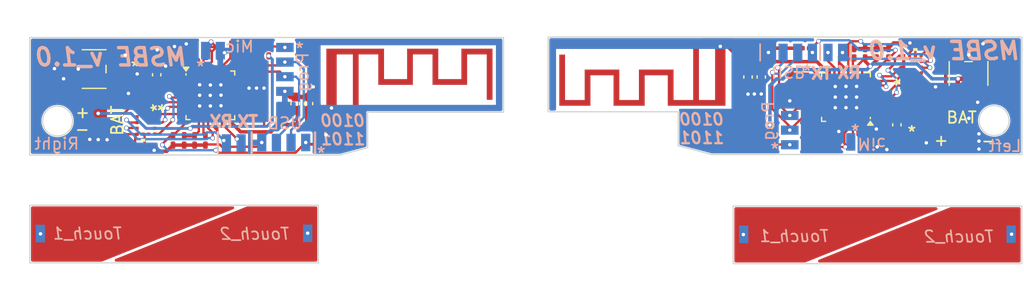
<source format=kicad_pcb>
(kicad_pcb (version 20240108) (generator "pcbnew") (generator_version "8.0")
  (layers (0 "F.Cu" signal) (31 "B.Cu" signal) (34 "B.Paste" user) (35 "F.Paste" user) (36 "B.SilkS" user "B.Silkscreen") (37 "F.SilkS" user "F.Silkscreen") (38 "B.Mask" user) (39 "F.Mask" user) (44 "Edge.Cuts" user))
  (net 0 "")
  (net 1 "Net-(AE1-A)")
  (net 2 "GND")
  (net 3 "Net-(AE2-A)")
  (net 4 "+BATT")
  (net 5 "Net-(C4-Pad2)")
  (net 6 "Net-(U2-VDDIO)")
  (net 7 "Net-(U2-DACVSS)")
  (net 8 "Net-(U2-VCOM0)")
  (net 9 "Net-(C19-Pad2)")
  (net 10 "Net-(U5-VCOM0)")
  (net 11 "Net-(U5-DACVSS)")
  (net 12 "Net-(U5-VDDIO)")
  (net 13 "Net-(U2-BT_OSCO)")
  (net 14 "Net-(U5-BT_AVDD)")
  (net 15 "Net-(U5-BT_RF)")
  (net 16 "Net-(J8-Pin_1)")
  (net 17 "Net-(U2-BT_OSCI)")
  (net 18 "Net-(J11-Pin_1)")
  (net 19 "Net-(J10-Pin_1)")
  (net 20 "Net-(U5-DACL)")
  (net 21 "Net-(U2-BT_AVDD)")
  (net 22 "Net-(U2-BT_RF)")
  (net 23 "VDD")
  (net 24 "/MIC_BIAS")
  (net 25 "/MIC")
  (net 27 "Net-(J2-Pin_1)")
  (net 28 "Net-(J3-Pin_1)")
  (net 29 "Net-(J4-Pin_1)")
  (net 30 "/VBUS")
  (net 31 "/USBDP")
  (net 32 "/USBDM")
  (net 34 "Net-(U2-DACR)")
  (net 35 "/DO")
  (net 37 "/DI")
  (net 40 "Net-(U5-BT_OSCI)")
  (net 42 "/CS")
  (net 43 "/CLK")
  (net 45 "Net-(U5-BT_OSCO)")
  (net 49 "/INT2")
  (net 50 "/INT1")
  (net 51 "/TX")
  (footprint "Capacitor_SMD:C_0201_0603Metric_Pad0.64x0.40mm_HandSolder" (layer "F.Cu") (at 115.85 107.895)
    (property "Reference" "C15" (hide yes))
    (property "Value" "N.M.")
  )
  (footprint "Capacitor_SMD:C_0201_0603Metric_Pad0.64x0.40mm_HandSolder" (layer "F.Cu") (at 179.12 107.455 90)
    (property "Reference" "C21" (hide yes))
    (property "Value" "1uF")
  )
  (footprint "Resistor_SMD:R_0201_0603Metric_Pad0.64x0.40mm_HandSolder" (layer "F.Cu") (at 131.23 107.2225 -90)
    (property "Reference" "R2" (hide yes))
    (property "Value" "100K")
  )
  (footprint "Capacitor_SMD:C_0201_0603Metric_Pad0.64x0.40mm_HandSolder" (layer "F.Cu") (at 115.32 104.035 180)
    (property "Reference" "C10" (hide yes))
    (property "Value" "N.M.")
  )
  (footprint "myLib:Crystal_24MHz-ECS-240-12-37B-CKY-TR" (layer "F.Cu") (at 126.09 104.58 90)
    (property "Reference" "Y1" (hide yes))
    (property "Value" "Crystal_GND24")
  )
  (footprint "Capacitor_SMD:C_0201_0603Metric_Pad0.64x0.40mm_HandSolder" (layer "F.Cu") (at 180.79 107.625)
    (property "Reference" "C19" (hide yes))
    (property "Value" "C")
  )
  (footprint "Capacitor_SMD:C_0201_0603Metric_Pad0.64x0.40mm_HandSolder" (layer "F.Cu") (at 176.14 107.455 -90)
    (property "Reference" "C16" (hide yes))
    (property "Value" "N.M.")
  )
  (footprint "myLib:RT9080" (layer "F.Cu") (at 111.89 101.105)
    (property "Reference" "U1" (hide yes))
    (property "Value" "RT9080-33GJ5")
  )
  (footprint "Capacitor_SMD:C_0201_0603Metric_Pad0.64x0.40mm_HandSolder" (layer "F.Cu") (at 177.39 107.455 90)
    (property "Reference" "C18" (hide yes))
    (property "Value" "100nF")
  )
  (footprint "Package_DFN_QFN:QFN-32-1EP_4x4mm_P0.4mm_EP2.65x2.65mm" (layer "F.Cu") (at 121.96 103.385)
    (property "Reference" "U2" (hide yes))
    (property "Value" "~")
  )
  (footprint "Inductor_SMD:L_0402_1005Metric_Pad0.77x0.64mm_HandSolder" (layer "F.Cu") (at 130.465 104.1025 -90)
    (property "Reference" "L3" (hide yes))
    (property "Value" "N.M.")
  )
  (footprint "Capacitor_SMD:C_0201_0603Metric_Pad0.64x0.40mm_HandSolder" (layer "F.Cu") (at 179.68 99.7325 -90)
    (property "Reference" "C23" (hide yes))
    (property "Value" "1uF")
  )
  (footprint "Capacitor_SMD:C_0201_0603Metric_Pad0.64x0.40mm_HandSolder" (layer "F.Cu") (at 114.19 99.105)
    (property "Reference" "C13" (hide yes))
    (property "Value" "22uF")
  )
  (footprint "Capacitor_SMD:C_0201_0603Metric_Pad0.64x0.40mm_HandSolder" (layer "F.Cu") (at 169.14 100.045)
    (property "Reference" "C29" (hide yes))
    (property "Value" "C")
  )
  (footprint "Capacitor_SMD:C_0201_0603Metric_Pad0.64x0.40mm_HandSolder" (layer "F.Cu") (at 109.24295 100.6652 -90)
    (property "Reference" "C2" (hide yes))
    (property "Value" "10uF")
  )
  (footprint "myLib:Crystal_24MHz-ECS-240-12-37B-CKY-TR" (layer "F.Cu") (at 172.925 102.51 -90)
    (property "Reference" "Y2" (hide yes))
    (property "Value" "Crystal_GND24")
  )
  (footprint "Capacitor_SMD:C_0201_0603Metric_Pad0.64x0.40mm_HandSolder" (layer "F.Cu") (at 122.665 99.605 90)
    (property "Reference" "C1" (hide yes))
    (property "Value" "N.M.")
  )
  (footprint "Capacitor_SMD:C_0201_0603Metric_Pad0.64x0.40mm_HandSolder" (layer "F.Cu") (at 183.7245 102.5791)
    (property "Reference" "C25" (hide yes))
    (property "Value" "N.M.")
  )
  (footprint "Inductor_SMD:L_0402_1005Metric_Pad0.77x0.64mm_HandSolder" (layer "F.Cu") (at 168.54 101.795 90)
    (property "Reference" "L6" (hide yes))
    (property "Value" "N.M.")
  )
  (footprint "Capacitor_SMD:C_0201_0603Metric_Pad0.64x0.40mm_HandSolder" (layer "F.Cu") (at 119.69 107.2975 90)
    (property "Reference" "C12" (hide yes))
    (property "Value" "100nF")
  )
  (footprint "Capacitor_SMD:C_0201_0603Metric_Pad0.64x0.40mm_HandSolder" (layer "F.Cu") (at 187.62 98.915)
    (property "Reference" "C28" (hide yes))
    (property "Value" "22uF")
  )
  (footprint "RF_Antenna:Texas_SWRA117D_2.4GHz_Left" (layer "F.Cu") (at 138.455 104.4875)
    (property "Reference" "AE1" (hide yes))
    (property "Value" "Antenna_Shield")
  )
  (footprint "Package_DFN_QFN:QFN-32-1EP_4x4mm_P0.4mm_EP2.65x2.65mm" (layer "F.Cu") (at 177.03 103.535 180)
    (property "Reference" "U5" (hide yes))
    (property "Value" "~")
  )
  (footprint "myLib:QFN_BMA400_BOS" (layer "F.Cu") (at 116.37 105.997 -90)
    (property "Reference" "U3" (hide yes))
    (property "Value" "BMA400")
  )
  (footprint "Inductor_SMD:L_0402_1005Metric_Pad0.77x0.64mm_HandSolder" (layer "F.Cu") (at 169.69 101.795 -90)
    (property "Reference" "L5" (hide yes))
    (property "Value" "N.M.")
  )
  (footprint "myLib:Pad_2Pin_1.5x0.8mm" (layer "F.Cu") (at 112.24 105.585 180)
    (property "Reference" "BT1" (hide yes))
    (property "Value" "Battery_Cell")
  )
  (footprint "Inductor_SMD:L_0402_1005Metric_Pad0.77x0.64mm_HandSolder" (layer "F.Cu") (at 117.31 101.605 -90)
    (property "Reference" "L1" (hide yes))
    (property "Value" "120nH")
  )
  (footprint "myLib:Pad_2Pin_1.5x0.8mm" (layer "F.Cu") (at 124.89 99.405 90)
    (property "Reference" "J4" (hide yes))
    (property "Value" "Touch2")
  )
  (footprint "Capacitor_SMD:C_0201_0603Metric_Pad0.64x0.40mm_HandSolder" (layer "F.Cu") (at 120.59 107.2975 90)
    (property "Reference" "C8" (hide yes))
    (property "Value" "1uF")
  )
  (footprint "Capacitor_SMD:C_0201_0603Metric_Pad0.64x0.40mm_HandSolder" (layer "F.Cu") (at 178.69 99.7325 -90)
    (property "Reference" "C27" (hide yes))
    (property "Value" "100nF")
  )
  (footprint "Resistor_SMD:R_0201_0603Metric_Pad0.64x0.40mm_HandSolder" (layer "F.Cu") (at 127.015 99.555 90)
    (property "Reference" "R1" (hide yes))
    (property "Value" "0R")
  )
  (footprint "myLib:Pad_2Pin_1.5x0.8mm" (layer "F.Cu") (at 116.73 99.405 90)
    (property "Reference" "LS1" (hide yes))
    (property "Value" "Speaker")
  )
  (footprint "Resistor_SMD:R_0201_0603Metric_Pad0.64x0.40mm_HandSolder" (layer "F.Cu") (at 170.43 107.245 -90)
    (property "Reference" "R4" (hide yes))
    (property "Value" "0R")
  )
  (footprint "myLib:RT9080" (layer "F.Cu") (at 187.65 101.485 90)
    (property "Reference" "U4" (hide yes))
    (property "Value" "RT9080-33GJ5")
  )
  (footprint "Capacitor_SMD:C_0201_0603Metric_Pad0.64x0.40mm_HandSolder" (layer "F.Cu") (at 118.73 101.2675 -90)
    (property "Reference" "C5" (hide yes))
    (property "Value" "1uF")
  )
  (footprint "RF_Antenna:Texas_SWRA117D_2.4GHz_Left" (layer "F.Cu") (at 164.04 104.16)
    (property "Reference" "AE2" (hide yes))
    (property "Value" "Antenna_Shield")
  )
  (footprint "Inductor_SMD:L_0402_1005Metric_Pad0.77x0.64mm_HandSolder" (layer "F.Cu") (at 181.44 105.9475 90)
    (property "Reference" "L4" (hide yes))
    (property "Value" "120nH")
  )
  (footprint "myLib:Pad_2Pin_1.5x0.8mm" (layer "F.Cu") (at 183.34 107.515 -90)
    (property "Reference" "LS2" (hide yes))
    (property "Value" "Speaker")
  )
  (footprint "Capacitor_SMD:C_0201_0603Metric_Pad0.64x0.40mm_HandSolder" (layer "F.Cu") (at 180.71 99.7325 90)
    (property "Reference" "C22" (hide yes))
    (property "Value" "1uF")
  )
  (footprint "Capacitor_SMD:C_0201_0603Metric_Pad0.64x0.40mm_HandSolder" (layer "F.Cu") (at 187.27 104.215)
    (property "Reference" "C17" (hide yes))
    (property "Value" "10uF")
  )
  (footprint "Capacitor_SMD:C_0201_0603Metric_Pad0.64x0.40mm_HandSolder" (layer "F.Cu") (at 180.28 106.1575 90)
    (property "Reference" "C20" (hide yes))
    (property "Value" "1uF")
  )
  (footprint "Capacitor_SMD:C_0201_0603Metric_Pad0.64x0.40mm_HandSolder" (layer "F.Cu") (at 121.59 99.605 -90)
    (property "Reference" "C3" (hide yes))
    (property "Value" "100nF")
  )
  (footprint "myLib:Pad_2Pin_1.5x0.8mm" (layer "F.Cu") (at 174.21 107.425 -90)
    (property "Reference" "J10" (hide yes))
    (property "Value" "Touch1")
  )
  (footprint "Capacitor_SMD:C_0201_0603Metric_Pad0.64x0.40mm_HandSolder" (layer "F.Cu") (at 129.8525 105.9225 180)
    (property "Reference" "C14" (hide yes))
    (property "Value" "C")
  )
  (footprint "myLib:QFN_BMA400_BOS" (layer "F.Cu") (at 182.79 100.6931 90)
    (property "Reference" "U6" (hide yes))
    (property "Value" "BMA400")
  )
  (footprint "Capacitor_SMD:C_0201_0603Metric_Pad0.64x0.40mm_HandSolder" (layer "F.Cu") (at 120.69 99.605 -90)
    (property "Reference" "C9" (hide yes))
    (property "Value" "1uF")
  )
  (footprint "Capacitor_SMD:C_0201_0603Metric_Pad0.64x0.40mm_HandSolder" (layer "F.Cu") (at 121.53 107.2975 90)
    (property "Reference" "C11" (hide yes))
    (property "Value" "1uF")
  )
  (footprint "Capacitor_SMD:C_0201_0603Metric_Pad0.64x0.40mm_HandSolder" (layer "F.Cu") (at 183.79 98.8331 180)
    (property "Reference" "C30" (hide yes))
    (property "Value" "N.M.")
  )
  (footprint "myLib:Pad_2Pin_1.5x0.8mm" (layer "F.Cu") (at 175.68 107.425 -90)
    (property "Reference" "J9" (hide yes))
    (property "Value" "Touch2")
  )
  (footprint "myLib:Pad_2Pin_1.5x0.8mm" (layer "F.Cu") (at 187.01 106.955 -90)
    (property "Reference" "BT2" (hide yes))
    (property "Value" "Battery_Cell")
  )
  (footprint "Resistor_SMD:R_0201_0603Metric_Pad0.64x0.40mm_HandSolder" (layer "F.Cu") (at 173.55 99.295)
    (property "Reference" "R5" (hide yes))
    (property "Value" "100K")
  )
  (footprint "myLib:Pad_2Pin_1.5x0.8mm" (layer "F.Cu") (at 123.36 99.405 90)
    (property "Reference" "J3" (hide yes))
    (property "Value" "Touch1")
  )
  (footprint "Capacitor_SMD:C_0201_0603Metric_Pad0.64x0.40mm_HandSolder" (layer "F.Cu") (at 177.74 99.7325 -90)
    (property "Reference" "C26" (hide yes))
    (property "Value" "1uF")
  )
  (footprint "Capacitor_SMD:C_0201_0603Metric_Pad0.64x0.40mm_HandSolder" (layer "F.Cu") (at 118.72 107.2975 -90)
    (property "Reference" "C7" (hide yes))
    (property "Value" "1uF")
  )
  (footprint "Capacitor_SMD:C_0201_0603Metric_Pad0.64x0.40mm_HandSolder" (layer "F.Cu") (at 178.25 107.455 90)
    (property "Reference" "C24" (hide yes))
    (property "Value" "1uF")
  )
  (footprint "Inductor_SMD:L_0402_1005Metric_Pad0.77x0.64mm_HandSolder" (layer "F.Cu") (at 129.305 104.1025 90)
    (property "Reference" "L2" (hide yes))
    (property "Value" "N.M.")
  )
  (footprint "Capacitor_SMD:C_0201_0603Metric_Pad0.64x0.40mm_HandSolder" (layer "F.Cu") (at 116.33 101.39 90)
    (property "Reference" "C4" (hide yes))
    (property "Value" "C")
  )
  (footprint "Capacitor_SMD:C_0201_0603Metric_Pad0.64x0.40mm_HandSolder" (layer "F.Cu") (at 119.2625 99.845)
    (property "Reference" "C6" (hide yes))
    (property "Value" "1uF")
  )
  (footprint "myLib:Pad_2Pin_1.5x0.8mm" (layer "B.Cu") (at 129.76 115.365 -90)
    (property "Reference" "J6" (hide yes))
    (property "Value" "Touch2_pad")
  )
  (footprint "myLib:Pad_2Pin_1.5x0.8mm" (layer "B.Cu") (at 176.8 107.425 90)
    (property "Reference" "MK2" (hide yes))
    (property "Value" "Microphone")
  )
  (footprint "myLib:Pad_4Pin_1.5x0.8mm" (layer "B.Cu") (at 128.38 107.52 -90)
    (property "Reference" "J1" (hide yes))
    (property "Value" "USB")
  )
  (footprint "myLib:Pad_4Pin_1.5x0.8mm" (layer "B.Cu") (at 172.28 99.705 -90)
    (property "Reference" "J7" (hide yes))
    (property "Value" "USB")
  )
  (footprint "myLib:Pad_2Pin_1.5x0.8mm" (layer "B.Cu") (at 107.86 115.385 90)
    (property "Reference" "J5" (hide yes))
    (property "Value" "Touch1_pad")
  )
  (footprint "myLib:Pad_2Pin_1.5x0.8mm" (layer "B.Cu") (at 176.1 99.67 90)
    (property "Reference" "LS1" (hide yes))
    (property "Value" "Speaker")
  )
  (footprint "myLib:Pad_2Pin_1.5x0.8mm" (layer "B.Cu") (at 191.97 115.435 90)
    (property "Reference" "J12" (hide yes))
    (property "Value" "Touch1_pad")
  )
  (footprint "myLib:Pad_4Pin_1.5x0.8mm" (layer "B.Cu") (at 128.455 101.07)
    (property "Reference" "J2" (hide yes))
    (property "Value" "Prog pins")
  )
  (footprint "myLib:Pad_2Pin_1.5x0.8mm" (layer "B.Cu") (at 123.99 107.525 -90)
    (property "Reference" "LS1" (hide yes))
    (property "Value" "Speaker")
  )
  (footprint "myLib:Pad_2Pin_1.5x0.8mm" (layer "B.Cu") (at 167.54 115.455 -90)
    (property "Reference" "J11" (hide yes))
    (property "Value" "Touch2_pad")
  )
  (footprint "myLib:Pad_2Pin_1.5x0.8mm" (layer "B.Cu") (at 122.19 99.505 -90)
    (property "Reference" "MK1" (hide yes))
    (property "Value" "Microphone")
  )
  (footprint "myLib:Pad_4Pin_1.5x0.8mm" (layer "B.Cu") (at 172.12 105.835 180)
    (property "Reference" "J8" (hide yes))
    (property "Value" "Prog pins")
  )
  (gr_line (start 169.59 98.95) (end 169.59 100.39) (stroke (width 0.15)) (layer "B.SilkS"))
  (gr_line (start 122.6 106.6) (end 122.6 108.37) (stroke (width 0.2)) (layer "B.SilkS"))
  (gr_line (start 131.03 106.6) (end 131.03 108.37) (stroke (width 0.2)) (layer "B.SilkS"))
  (gr_line (start 174.79 98.95) (end 174.79 100.39) (stroke (width 0.15)) (layer "B.SilkS"))
  (gr_line (start 125.54 106.6) (end 125.54 108.37) (stroke (width 0.2)) (layer "B.SilkS"))
  (gr_line (start 177.45 98.95) (end 177.45 100.39) (stroke (width 0.15)) (layer "B.SilkS"))
  (gr_line (start 192.275 98.325) (end 192.275 108.525) (stroke (width 0.1)) (layer "Edge.Cuts"))
  (gr_line (start 192.26 112.995) (end 192.26 117.995) (stroke (width 0.1)) (layer "Edge.Cuts"))
  (gr_line (start 147.36 104.855) (end 135.58 104.855) (stroke (width 0.1)) (layer "Edge.Cuts"))
  (gr_line (start 167.26 112.995) (end 167.26 117.995) (stroke (width 0.1)) (layer "Edge.Cuts"))
  (gr_line (start 131.32 117.925) (end 106.32 117.925) (stroke (width 0.1)) (layer "Edge.Cuts"))
  (gr_line (start 106.32 112.925) (end 131.32 112.925) (stroke (width 0.1)) (layer "Edge.Cuts"))
  (gr_line (start 106.31 98.365) (end 106.31 108.565) (stroke (width 0.1)) (layer "Edge.Cuts"))
  (gr_line (start 162.5 104.815) (end 162.5 105.17) (stroke (width 0.1)) (layer "Edge.Cuts"))
  (gr_line (start 192.275 98.325) (end 151.225 98.325) (stroke (width 0.1)) (layer "Edge.Cuts"))
  (gr_line (start 147.36 98.365) (end 147.36 104.855) (stroke (width 0.1)) (layer "Edge.Cuts"))
  (gr_line (start 135.58 107.93) (end 133.18 108.565) (stroke (width 0.1)) (layer "Edge.Cuts"))
  (gr_line (start 106.32 112.925) (end 106.32 117.925) (stroke (width 0.1)) (layer "Edge.Cuts"))
  (gr_line (start 162.5 105.17) (end 162.5 107.77) (stroke (width 0.1)) (layer "Edge.Cuts"))
  (gr_line (start 165.405 108.525) (end 192.275 108.525) (stroke (width 0.1)) (layer "Edge.Cuts"))
  (gr_line (start 167.26 112.995) (end 192.26 112.995) (stroke (width 0.1)) (layer "Edge.Cuts"))
  (gr_circle (center 189.865 105.575) (end 191.165 105.575) (stroke (width 0.1)) (fill none) (layer "Edge.Cuts"))
  (gr_line (start 151.225 104.815) (end 162.5 104.815) (stroke (width 0.1)) (layer "Edge.Cuts"))
  (gr_line (start 119.47 108.565) (end 106.31 108.565) (stroke (width 0.1)) (layer "Edge.Cuts"))
  (gr_line (start 131.32 112.925) (end 131.32 117.925) (stroke (width 0.1)) (layer "Edge.Cuts"))
  (gr_line (start 165.405 108.525) (end 162.5 107.77) (stroke (width 0.1)) (layer "Edge.Cuts"))
  (gr_line (start 106.31 98.365) (end 147.36 98.365) (stroke (width 0.1)) (layer "Edge.Cuts"))
  (gr_circle (center 108.72 105.615) (end 110.02 105.615) (stroke (width 0.1)) (fill none) (layer "Edge.Cuts"))
  (gr_line (start 192.26 117.995) (end 167.26 117.995) (stroke (width 0.1)) (layer "Edge.Cuts"))
  (gr_line (start 119.47 108.565) (end 133.18 108.565) (stroke (width 0.1)) (layer "Edge.Cuts"))
  (gr_line (start 151.225 104.815) (end 151.225 98.325) (stroke (width 0.1)) (layer "Edge.Cuts"))
  (gr_line (start 135.58 104.855) (end 135.58 107.93) (stroke (width 0.1)) (layer "Edge.Cuts"))
  (gr_text "*" (at 171.34 108.65 -0) (layer "B.SilkS") (effects (font (size 1 1)) (justify left bottom mirror)))
  (gr_text "Right " (at 110.68 108.17 0) (layer "B.SilkS") (effects (font (size 1 1)) (justify left bottom mirror)))
  (gr_text "Touch_1" (at 114.48 115.97 -0) (layer "B.SilkS") (effects (font (size 1 1) (thickness 0.15) (italic yes)) (justify left bottom mirror)))
  (gr_text "MSBE v_1.0" (at 192.27 100.4 0) (layer "B.SilkS") (effects (font (size 1.5 1.5) (thickness 0.3) (bold yes) (italic yes)) (justify left bottom mirror)))
  (gr_text "0100\n1101" (at 166.6 107.67 0) (layer "B.SilkS") (effects (font (size 1 1) (thickness 0.2) (bold yes) (italic yes)) (justify left bottom mirror)))
  (gr_text "RX" (at 178.44 102 0) (layer "B.SilkS") (effects (font (size 1 1) (thickness 0.25) (bold yes)) (justify left bottom mirror)))
  (gr_text "RX" (at 124.04 106.24 0) (layer "B.SilkS") (effects (font (size 1 1) (thickness 0.25) (bold yes)) (justify left bottom mirror)))
  (gr_text "*" (at 178.31 107.06 -0) (layer "B.SilkS") (effects (font (size 1 1)) (justify left bottom mirror)))
  (gr_text "Touch_1" (at 175.71 116.19 -0) (layer "B.SilkS") (effects (font (size 1 1) (thickness 0.15) (italic yes)) (justify left bottom mirror)))
  (gr_text "TX" (at 126.22 106.26 0) (layer "B.SilkS") (effects (font (size 1 1) (thickness 0.25) (bold yes)) (justify left bottom mirror)))
  (gr_text "*" (at 130.16 99.92 -0) (layer "B.SilkS") (effects (font (size 1 1)) (justify left bottom mirror)))
  (gr_text "Prog" (at 130.54 99.57 90) (layer "B.SilkS") (effects (font (size 1 1)) (justify left bottom mirror)))
  (gr_text "USB" (at 130.01 106.4 0) (layer "B.SilkS") (effects (font (size 1 1)) (justify left bottom mirror)))
  (gr_text "Touch_2" (at 189.99 116.23 0) (layer "B.SilkS") (effects (font (size 1 1) (thickness 0.15) (italic yes)) (justify left bottom mirror)))
  (gr_text "MSBE v_1.0" (at 120.09 100.945 0) (layer "B.SilkS") (effects (font (size 1.5 1.5) (thickness 0.3) (bold yes) (italic yes)) (justify left bottom mirror)))
  (gr_text "Mic" (at 177.93 107.01 180) (layer "B.SilkS") (effects (font (size 1 1)) (justify left bottom mirror)))
  (gr_text "*" (at 132.04 109 -0) (layer "B.SilkS") (effects (font (size 1 1)) (justify left bottom mirror)))
  (gr_text "USB" (at 170.44 100.75 180) (layer "B.SilkS") (effects (font (size 1 1)) (justify left bottom mirror)))
  (gr_text "*" (at 121.58 101.5 -0) (layer "B.SilkS") (effects (font (size 1 1)) (justify left bottom mirror)))
  (gr_text "0100\n1101" (at 135.5 107.78 0) (layer "B.SilkS") (effects (font (size 1 1) (thickness 0.2) (bold yes) (italic yes)) (justify left bottom mirror)))
  (gr_text "TX" (at 175.92 102.07 0) (layer "B.SilkS") (effects (font (size 1 1) (thickness 0.25) (bold yes)) (justify left bottom mirror)))
  (gr_text "Touch_2" (at 128.98 115.99 0) (layer "B.SilkS") (effects (font (size 1 1) (thickness 0.15) (italic yes)) (justify left bottom mirror)))
  (gr_text "Left " (at 192.31 108.36 0) (layer "B.SilkS") (effects (font (size 1 1)) (justify left bottom mirror)))
  (gr_text "Mic" (at 125.81 99.74 0) (layer "B.SilkS") (effects (font (size 1 1)) (justify left bottom mirror)))
  (gr_text "Prog" (at 170.89 103.8 90) (layer "B.SilkS") (effects (font (size 1 1)) (justify left bottom mirror)))
  (gr_text "*" (at 174.15 101.86 -0) (layer "B.SilkS") (effects (font (size 1 1)) (justify left bottom mirror)))
  (gr_text "BAT" (at 114.48 106.98 90) (layer "F.SilkS") (effects (font (size 1 1)) (justify left bottom)))
  (gr_text "*" (at 182.25 107.17 0) (layer "F.SilkS") (effects (font (size 1 1)) (justify left bottom)))
  (gr_text "+" (at 184.56 107.86 0) (layer "F.SilkS") (effects (font (size 1 1)) (justify left bottom)))
  (gr_text "+" (at 110.17 105.44 0) (layer "F.SilkS") (effects (font (size 1 1)) (justify left bottom)))
  (gr_text "BAT" (at 185.64 105.9 0) (layer "F.SilkS") (effects (font (size 1 1)) (justify left bottom)))
  (gr_text "-" (at 110.14 106.91 0) (layer "F.SilkS") (effects (font (size 1 1)) (justify left bottom)))
  (gr_text "*" (at 114.95 101.5 0) (layer "F.SilkS") (effects (font (size 1 1)) (justify left bottom)))
  (gr_text "-" (at 188.67 107.91 0) (layer "F.SilkS") (effects (font (size 1 1)) (justify left bottom)))
  (segment (start 130.26 105.9225) (end 130.26 104.88) (width 0.2) (layer "F.Cu") (net 1))
  (segment (start 130.26 105.9225) (end 133.12 105.9225) (width 0.3) (layer "F.Cu") (net 1))
  (segment (start 133.12 105.9225) (end 134.555 104.4875) (width 0.3) (layer "F.Cu") (net 1))
  (segment (start 130.26 104.88) (end 130.465 104.675) (width 0.2) (layer "F.Cu") (net 1))
  (segment (start 129.305 103.53) (end 128.905 103.53) (width 0.4) (layer "F.Cu") (net 2))
  (segment (start 180.3825 106.6675) (end 180.28 106.565) (width 0.2) (layer "F.Cu") (net 2))
  (segment (start 122.967893 107.85) (end 126.04 107.85) (width 0.2) (layer "F.Cu") (net 2))
  (segment (start 109.27525 101.105) (end 109.24295 101.0727) (width 0.25) (layer "F.Cu") (net 2))
  (segment (start 118.855 99.155) (end 118.85 99.15) (width 0.2) (layer "F.Cu") (net 2))
  (segment (start 177.03 103.53) (end 177.03 103.535) (width 0.2) (layer "F.Cu") (net 2))
  (segment (start 111.51 106.955) (end 112.24 106.225) (width 0.5) (layer "F.Cu") (net 2))
  (segment (start 120.4125 98.92) (end 120.69 99.1975) (width 0.2) (layer "F.Cu") (net 2))
  (segment (start 180.667182 99.325) (end 181.152182 98.84) (width 0.3) (layer "F.Cu") (net 2))
  (segment (start 118.73 100.86) (end 118.09 100.86) (width 0.2) (layer "F.Cu") (net 2))
  (segment (start 177.025 103.535) (end 176.1 104.46) (width 0.2) (layer "F.Cu") (net 2))
  (segment (start 130.465 103.055) (end 130.87 102.65) (width 0.25) (layer "F.Cu") (net 2))
  (segment (start 128.905 103.53) (end 128.415 103.04) (width 0.4) (layer "F.Cu") (net 2))
  (segment (start 187.6775 106.9275) (end 187.65 106.955) (width 0.4) (layer "F.Cu") (net 2))
  (segment (start 118.72 107.705) (end 121.53 107.705) (width 0.3) (layer "F.Cu") (net 2))
  (segment (start 121.955 103.385) (end 121.03 104.31) (width 0.2) (layer "F.Cu") (net 2))
  (segment (start 188.145 106.955) (end 188.55 107.36) (width 0.4) (layer "F.Cu") (net 2))
  (segment (start 177.03 103.54) (end 177.95 104.46) (width 0.2) (layer "F.Cu") (net 2))
  (segment (start 173.1425 99.295) (end 170.68 99.295) (width 0.3) (layer "F.Cu") (net 2))
  (segment (start 182.54 99.6756) (end 183.04 99.1756) (width 0.2) (layer "F.Cu") (net 2))
  (segment (start 131.965 106.815) (end 131.97 106.81) (width 0.2) (layer "F.Cu") (net 2))
  (segment (start 129.305 103.53) (end 130.465 103.53) (width 0.4) (layer "F.Cu") (net 2))
  (segment (start 115.8875 101.7975) (end 115.62 101.53) (width 0.2) (layer "F.Cu") (net 2))
  (segment (start 188.55 108.05) (end 188.55 106.73) (width 0.4) (layer "F.Cu") (net 2))
  (segment (start 187.65 106.955) (end 188.325 106.955) (width 0.4) (layer "F.Cu") (net 2))
  (segment (start 117.17 108.24) (end 118.185 108.24) (width 0.3) (layer "F.Cu") (net 2))
  (segment (start 126.615 103.505) (end 125.87 102.76) (width 0.4) (layer "F.Cu") (net 2))
  (segment (start 114.5975 99.8825) (end 114.58 99.9) (width 0.2) (layer "F.Cu") (net 2))
  (segment (start 114.9125 104.035) (end 114.9125 103.2725) (width 0.2) (layer "F.Cu") (net 2))
  (segment (start 108.4527 101.0727) (end 108.45 101.07) (width 0.2) (layer "F.Cu") (net 2))
  (segment (start 168.3575 102.3675) (end 168.54 102.3675) (width 0.25) (layer "F.Cu") (net 2))
  (segment (start 180.3825 107.9025) (end 180.57 108.09) (width 0.2) (layer "F.Cu") (net 2))
  (segment (start 126.615 102.765) (end 126.61 102.76) (width 0.4) (layer "F.Cu") (net 2))
  (segment (start 173.45 101.835) (end 173.45 101.949314) (width 0.2) (layer "F.Cu") (net 2))
  (segment (start 169.11 102.3675) (end 169.11 103.25) (width 0.2) (layer "F.Cu") (net 2))
  (segment (start 177.015 103.535) (end 176.1 102.62) (width 0.2) (layer "F.Cu") (net 2))
  (segment (start 130.465 103.53) (end 130.74 103.53) (width 0.4) (layer "F.Cu") (net 2))
  (segment (start 183.3825 98.8331) (end 182.5769 98.8331) (width 0.3) (layer "F.Cu") (net 2))
  (segment (start 118.855 99.845) (end 118.855 99.155) (width 0.2) (layer "F.Cu") (net 2))
  (segment (start 109.24295 101.94705) (end 109.24 101.95) (width 0.2) (layer "F.Cu") (net 2))
  (segment (start 119.08 98.92) (end 118.85 99.15) (width 0.2) (layer "F.Cu") (net 2))
  (segment (start 125.87 102.76) (end 125.31 102.76) (width 0.4) (layer "F.Cu") (net 2))
  (segment (start 188.55 108.05) (end 188.55 107.855) (width 0.4) (layer "F.Cu") (net 2))
  (segment (start 177.945 103.535) (end 177.95 103.54) (width 0.2) (layer "F.Cu") (net 2))
  (segment (start 119.87 98.92) (end 120.4125 98.92) (width 0.2) (layer "F.Cu") (net 2))
  (segment (start 180.28 106.565) (end 179.915 106.565) (width 0.2) (layer "F.Cu") (net 2))
  (segment (start 179.73 107.8625) (end 178.25 107.8625) (width 0.2) (layer "F.Cu") (net 2))
  (segment (start 126.615 103.905) (end 126.615 102.765) (width 0.4) (layer "F.Cu") (net 2))
  (segment (start 126.61 102.76) (end 125.96 102.76) (width 0.4) (layer "F.Cu") (net 2))
  (segment (start 177.03 103.535) (end 177.03 103.54) (width 0.2) (layer "F.Cu") (net 2))
  (segment (start 172.4 103.185) (end 172.4 103.625) (width 0.2) (layer "F.Cu") (net 2))
  (segment (start 166.14 99.14) (end 166.73 99.14) (width 0.25) (layer "F.Cu") (net 2))
  (segment (start 117.36 99.43) (end 117.35 99.44) (width 0.2) (layer "F.Cu") (net 2))
  (segment (start 166.73 99.14) (end 167.59 100) (width 0.25) (layer "F.Cu") (net 2))
  (segment (start 180.3825 107.625) (end 180.3825 106.6675) (width 0.2) (layer "F.Cu") (net 2))
  (segment (start 126.615 104.105) (end 126.615 103.905) (width 0.2) (layer "F.Cu") (net 2))
  (segment (start 180.3825 107.625) (end 180.145 107.8625) (width 0.2) (layer "F.Cu") (net 2))
  (segment (start 121.53 107.705) (end 121.585 107.65) (width 0.2) (layer "F.Cu") (net 2))
  (segment (start 168.54 102.3675) (end 168.54 103.28) (width 0.2) (layer "F.Cu") (net 2))
  (segment (start 177.03 103.535) (end 177.015 103.535) (width 0.2) (layer "F.Cu") (net 2))
  (segment (start 121.035 103.385) (end 121.03 103.38) (width 0.2) (layer "F.Cu") (net 2))
  (segment (start 117.8 99.845) (end 117.36 99.405) (width 0.2) (layer "F.Cu") (net 2))
  (segment (start 118.855 99.845) (end 117.8 99.845) (width 0.2) (layer "F.Cu") (net 2))
  (segment (start 122.767893 107.65) (end 122.967893 107.85) (width 0.2) (layer "F.Cu") (net 2))
  (segment (start 121.945 103.385) (end 121.03 102.47) (width 0.2) (layer "F.Cu") (net 2))
  (segment (start 180.145 107.8625) (end 179.73 107.8625) (width 0.2) (layer "F.Cu") (net 2))
  (segment (start 183.985 107.515) (end 183.99 107.51) (width 0.2) (layer "F.Cu") (net 2))
  (segment (start 130.74 103.53) (end 131.31 104.1) (width 0.4) (layer "F.Cu") (net 2))
  (segment (start 131.31 104.55) (end 131.67 104.91) (width 0.4) (layer "F.Cu") (net 2))
  (segment (start 112.24 107.23) (end 112.24 106.225) (width 0.5) (layer "F.Cu") (net 2))
  (segment (start 117.36 99.405) (end 117.36 99.43) (width 0.2) (layer "F.Cu") (net 2))
  (segment (start 167.59 100) (end 167.59 101.6) (width 0.25) (layer "F.Cu") (net 2))
  (segment (start 116.2575 107.895) (end 116.2575 106.8965) (width 0.2) (layer "F.Cu") (net 2))
  (segment (start 116.825 107.895) (end 117.09 108.16) (width 0.2) (layer "F.Cu") (net 2))
  (segment (start 177.03 103.535) (end 177.03 104.46) (width 0.2) (layer "F.Cu") (net 2))
  (segment (start 131.23 106.815) (end 131.965 106.815) (width 0.2) (layer "F.Cu") (net 2))
  (segment (start 118.73 99.97) (end 118.855 99.845) (width 0.2) (layer "F.Cu") (net 2))
  (segment (start 184.132 102.5791) (end 184.7191 102.5791) (width 0.3) (layer "F.Cu") (net 2))
  (segment (start 172.4 103.625) (end 172.16 103.865) (width 0.2) (layer "F.Cu") (net 2))
  (segment (start 187.6775 104.215) (end 188.215 104.215) (width 0.3) (layer "F.Cu") (net 2))
  (segment (start 122.859861 100.0125) (end 123.18307 99.689291) (width 0.2) (layer "F.Cu") (net 2))
  (segment (start 110.51205 101.105) (end 109.27525 101.105) (width 0.25) (layer "F.Cu") (net 2))
  (segment (start 111.51 107.21) (end 111.51 106.955) (width 0.5) (layer "F.Cu") (net 2))
  (segment (start 169.11 103.25) (end 169.09 103.27) (width 0.2) (layer "F.Cu") (net 2))
  (segment (start 130.465 103.53) (end 130.465 103.055) (width 0.25) (layer "F.Cu") (net 2))
  (segment (start 122.665 100.0125) (end 122.859861 100.0125) (width 0.2) (layer "F.Cu") (net 2))
  (segment (start 187.65 106.955) (end 188.145 106.955) (width 0.4) (layer "F.Cu") (net 2))
  (segment (start 182.54 99.9311) (end 182.54 99.6756) (width 0.2) (layer "F.Cu") (net 2))
  (segment (start 187.65 102.86295) (end 187.65 104.1875) (width 0.4) (layer "F.Cu") (net 2))
  (segment (start 169.11 102.3675) (end 169.69 102.3675) (width 0.4) (layer "F.Cu") (net 2))
  (segment (start 125.565 105.155) (end 126.615 104.105) (width 0.2) (layer "F.Cu") (net 2))
  (segment (start 181.152182 98.84) (end 182.57 98.84) (width 0.3) (layer "F.Cu") (net 2))
  (segment (start 170.68 99.295) (end 170.31 99.665) (width 0.3) (layer "F.Cu") (net 2))
  (segment (start 177.03 103.535) (end 177.945 103.535) (width 0.2) (layer "F.Cu") (net 2))
  (segment (start 168.54 102.3675) (end 169.11 102.3675) (width 0.4) (layer "F.Cu") (net 2))
  (segment (start 109.24295 101.0727) (end 108.4527 101.0727) (width 0.2) (layer "F.Cu") (net 2))
  (segment (start 131.67 104.91) (end 132.0325 104.91) (width 0.4) (layer "F.Cu") (net 2))
  (segment (start 121.955 103.385) (end 121.95 103.39) (width 0.2) (layer "F.Cu") (net 2))
  (segment (start 126.04 107.85) (end 126.41 107.48) (width 0.2) (layer "F.Cu") (net 2))
  (segment (start 187.6775 104.215) (end 187.6775 106.9275) (width 0.4) (layer "F.Cu") (net 2))
  (segment (start 176.14 106.792259) (end 176.409707 106.522552) (width 0.2) (layer "F.Cu") (net 2))
  (segment (start 184.7191 102.5791) (end 184.79 102.65) (width 0.3) (layer "F.Cu") (net 2))
  (segment (start 183.98 107.515) (end 183.985 107.515) (width 0.2) (layer "F.Cu") (net 2))
  (segment (start 176.14 107.0475) (end 176.14 106.792259) (width 0.2) (layer "F.Cu") (net 2))
  (segment (start 116.2575 107.895) (end 116.825 107.895) (width 0.2) (layer "F.Cu") (net 2))
  (segment (start 121.96 103.385) (end 121.955 103.385) (width 0.2) (layer "F.Cu") (net 2))
  (segment (start 116.62 106.759) (end 116.12 106.759) (width 0.2) (layer "F.Cu") (net 2))
  (segment (start 172.4 102.999314) (end 172.4 103.185) (width 0.2) (layer "F.Cu") (net 2))
  (segment (start 188.325 106.955) (end 188.55 106.73) (width 0.4) (layer "F.Cu") (net 2))
  (segment (start 183.3825 98.8331) (end 183.04 99.1756) (width 0.2) (layer "F.Cu") (net 2))
  (segment (start 177.03 103.53) (end 177.95 102.61) (width 0.2) (layer "F.Cu") (net 2))
  (segment (start 173.45 101.949314) (end 172.4 102.999314) (width 0.2) (layer "F.Cu") (net 2))
  (segment (start 167.59 101.6) (end 168.3575 102.3675) (width 0.25) (layer "F.Cu") (net 2))
  (segment (start 113.01 107.24) (end 113.01 106.995) (width 0.5) (layer "F.Cu") (net 2))
  (segment (start 177.03 103.535) (end 176.105 103.535) (width 0.2) (layer "F.Cu") (net 2))
  (segment (start 187.67 99.472499) (end 187.67 99.88) (width 0.3) (layer "F.Cu") (net 2))
  (segment (start 179.12 107.8625) (end 179.73 107.8625) (width 0.2) (layer "F.Cu") (net 2))
  (segment (start 188.0275 98.915) (end 188.895 98.915) (width 0.3) (layer "F.Cu") (net 2))
  (segment (start 188.55 107.855) (end 187.65 106.955) (width 0.4) (layer "F.Cu") (net 2))
  (segment (start 114.5975 99.105) (end 114.5975 99.8825) (width 0.2) (layer "F.Cu") (net 2))
  (segment (start 113.01 106.995) (end 112.24 106.225) (width 0.5) (layer "F.Cu") (net 2))
  (segment (start 126.615 103.415) (end 126.615 103.905) (width 0.4) (layer "F.Cu") (net 2))
  (segment (start 125.96 102.76) (end 126.615 103.415) (width 0.4) (layer "F.Cu") (net 2))
  (segment (start 182.5769 98.8331) (end 182.57 98.84) (width 0.3) (layer "F.Cu") (net 2))
  (segment (start 179.915 106.565) (end 179.66 106.31) (width 0.2) (layer "F.Cu") (net 2))
  (segment (start 183.04 99.1756) (end 183.04 99.9311) (width 0.2) (layer "F.Cu") (net 2))
  (segment (start 188.215 104.215) (end 188.44 103.99) (width 0.3) (layer "F.Cu") (net 2))
  (segment (start 121.96 103.385) (end 121.965 103.385) (width 0.2) (layer "F.Cu") (net 2))
  (segment (start 125.31 102.76) (end 126.61 102.76) (width 0.4) (layer "F.Cu") (net 2))
  (segment (start 188.0275 99.114999) (end 187.67 99.472499) (width 0.3) (layer "F.Cu") (net 2))
  (segment (start 177.03 103.535) (end 177.025 103.535) (width 0.2) (layer "F.Cu") (net 2))
  (segment (start 188.895 98.915) (end 188.9 98.91) (width 0.3) (layer "F.Cu") (net 2))
  (segment (start 121.96 103.385) (end 121.035 103.385) (width 0.2) (layer "F.Cu") (net 2))
  (segment (start 121.965 103.385) (end 122.87 102.48) (width 0.2) (layer "F.Cu") (net 2))
  (segment (start 121.96 103.385) (end 121.96 104.31) (width 0.2) (layer "F.Cu") (net 2))
  (segment (start 118.09 100.86) (end 118.08 100.85) (width 0.2) (layer "F.Cu") (net 2))
  (segment (start 121.975 103.385) (end 122.88 104.29) (width 0.2) (layer "F.Cu") (net 2))
  (segment (start 114.9125 103.2725) (end 114.86 103.22) (width 0.2) (layer "F.Cu") (net 2))
  (segment (start 116.33 101.7975) (end 115.8875 101.7975) (width 0.2) (layer "F.Cu") (net 2))
  (segment (start 169.69 102.3675) (end 169.69 103.27) (width 0.2) (layer "F.Cu") (net 2))
  (segment (start 177.03 103.535) (end 177.03 102.61) (width 0.2) (layer "F.Cu") (net 2))
  (segment (start 121.96 103.385) (end 121.975 103.385) (width 0.2) (layer "F.Cu") (net 2))
  (segment (start 177.74 99.325) (end 180.667182 99.325) (width 0.3) (layer "F.Cu") (net 2))
  (segment (start 109.24295 101.0727) (end 109.24295 101.94705) (width 0.2) (layer "F.Cu") (net 2))
  (segment (start 131.31 104.1) (end 131.31 104.55) (width 0.4) (layer "F.Cu") (net 2))
  (segment (start 176.105 103.535) (end 176.1 103.54) (width 0.2) (layer "F.Cu") (net 2))
  (segment (start 121.96 103.385) (end 122.865 103.385) (width 0.2) (layer "F.Cu") (net 2))
  (segment (start 125.565 105.255) (end 125.565 105.155) (width 0.2) (layer "F.Cu") (net 2))
  (segment (start 188.0275 98.915) (end 188.0275 99.114999) (width 0.3) (layer "F.Cu") (net 2))
  (segment (start 118.73 100.86) (end 118.73 99.97) (width 0.2) (layer "F.Cu") (net 2))
  (segment (start 132.0325 104.91) (end 132.455 104.4875) (width 0.4) (layer "F.Cu") (net 2))
  (segment (start 121.96 103.385) (end 121.96 102.49) (width 0.2) (layer "F.Cu") (net 2))
  (segment (start 119.87 98.92) (end 119.08 98.92) (width 0.2) (layer "F.Cu") (net 2))
  (segment (start 118.185 108.24) (end 118.72 107.705) (width 0.3) (layer "F.Cu") (net 2))
  (segment (start 180.3825 107.625) (end 180.3825 107.9025) (width 0.2) (layer "F.Cu") (net 2))
  (segment (start 116.2575 106.8965) (end 116.12 106.759) (width 0.2) (layer "F.Cu") (net 2))
  (segment (start 187.65 104.1875) (end 187.6775 104.215) (width 0.4) (layer "F.Cu") (net 2))
  (segment (start 121.585 107.65) (end 122.767893 107.65) (width 0.2) (layer "F.Cu") (net 2))
  (segment (start 126.615 103.905) (end 126.615 103.505) (width 0.4) (layer "F.Cu") (net 2))
  (segment (start 117.09 108.16) (end 117.17 108.24) (width 0.3) (layer "F.Cu") (net 2))
  (segment (start 121.96 103.385) (end 121.945 103.385) (width 0.2) (layer "F.Cu") (net 2))
  (segment (start 122.865 103.385) (end 122.88 103.37) (width 0.2) (layer "F.Cu") (net 2))
  (via (at 113.01 107.24) (size 0.4) (drill 0.3) (layers "F.Cu" "B.Cu") (net 2))
  (via (at 118.85 99.15) (size 0.4) (drill 0.3) (layers "F.Cu" "B.Cu") (net 2))
  (via (at 170.31 99.665) (size 0.4) (drill 0.3) (layers "F.Cu" "B.Cu") (net 2))
  (via (at 122.87 102.48) (size 0.4) (drill 0.3) (layers "F.Cu" "B.Cu") (net 2))
  (via (at 177.03 103.53) (size 0.4) (drill 0.3) (layers "F.Cu" "B.Cu") (net 2))
  (via (at 126.41 107.48) (size 0.4) (drill 0.3) (layers "F.Cu" "B.Cu") (net 2))
  (via (at 131.97 106.81) (size 0.4) (drill 0.3) (layers "F.Cu" "B.Cu") (net 2))
  (via (at 114.58 99.9) (size 0.4) (drill 0.3) (layers "F.Cu" "B.Cu") (net 2))
  (via (at 172.16 103.865) (size 0.4) (drill 0.3) (layers "F.Cu" "B.Cu") (net 2))
  (via (at 188.55 107.36) (size 0.4) (drill 0.3) (layers "F.Cu" "B.Cu") (net 2))
  (via (at 179.66 106.31) (size 0.4) (drill 0.3) (layers "F.Cu" "B.Cu") (net 2))
  (via (at 123.18307 99.689291) (size 0.4) (drill 0.3) (layers "F.Cu" "B.Cu") (net 2))
  (via (at 118.08 100.85) (size 0.4) (drill 0.3) (layers "F.Cu" "B.Cu") (net 2))
  (via (at 115.62 101.53) (size 0.4) (drill 0.3) (layers "F.Cu" "B.Cu") (net 2))
  (via (at 188.55 106.73) (size 0.4) (drill 0.3) (layers "F.Cu" "B.Cu") (net 2))
  (via (at 126.61 102.76) (size 0.4) (drill 0.3) (layers "F.Cu" "B.Cu") (net 2))
  (via (at 177.03 102.61) (size 0.4) (drill 0.3) (layers "F.Cu" "B.Cu") (net 2))
  (via (at 180.57 108.09) (size 0.4) (drill 0.3) (layers "F.Cu" "B.Cu") (net 2))
  (via (at 109.24 101.95) (size 0.4) (drill 0.3) (layers "F.Cu" "B.Cu") (net 2))
  (via (at 176.409707 106.522552) (size 0.4) (drill 0.3) (layers "F.Cu" "B.Cu") (net 2))
  (via (at 117.35 99.44) (size 0.4) (drill 0.3) (layers "F.Cu" "B.Cu") (net 2))
  (via (at 119.87 98.92) (size 0.4) (drill 0.3) (layers "F.Cu" "B.Cu") (net 2))
  (via (at 117.09 108.16) (size 0.4) (drill 0.3) (layers "F.Cu" "B.Cu") (net 2))
  (via (at 121.96 104.31) (size 0.4) (drill 0.3) (layers "F.Cu" "B.Cu") (net 2))
  (via (at 177.95 104.46) (size 0.4) (drill 0.3) (layers "F.Cu" "B.Cu") (net 2))
  (via (at 121.03 102.47) (size 0.4) (drill 0.3) (layers "F.Cu" "B.Cu") (net 2))
  (via (at 128.415 103.04) (size 0.4) (drill 0.3) (layers "F.Cu" "B.Cu") (net 2))
  (via (at 108.45 101.07) (size 0.4) (drill 0.3) (layers "F.Cu" "B.Cu") (net 2))
  (via (at 125.31 102.76) (size 0.4) (drill 0.3) (layers "F.Cu" "B.Cu") (net 2))
  (via (at 121.03 103.38) (size 0.4) (drill 0.3) (layers "F.Cu" "B.Cu") (net 2))
  (via (at 184.79 102.65) (size 0.4) (drill 0.3) (layers "F.Cu" "B.Cu") (net 2))
  (via (at 111.51 107.21) (size 0.4) (drill 0.3) (layers "F.Cu" "B.Cu") (net 2))
  (via (at 168.54 103.28) (size 0.4) (drill 0.3) (layers "F.Cu" "B.Cu") (net 2))
  (via (at 182.57 98.84) (size 0.4) (drill 0.3) (layers "F.Cu" "B.Cu") (net 2))
  (via (at 177.03 104.46) (size 0.4) (drill 0.3) (layers "F.Cu" "B.Cu") (net 2))
  (via (at 112.24 107.23) (size 0.4) (drill 0.3) (layers "F.Cu" "B.Cu") (net 2))
  (via (at 176.1 104.46) (size 0.4) (drill 0.3) (layers "F.Cu" "B.Cu") (net 2))
  (via (at 188.9 98.91) (size 0.4) (drill 0.3) (layers "F.Cu" "B.Cu") (net 2))
  (via (at 187.6775 105.38) (size 0.4) (drill 0.3) (layers "F.Cu" "B.Cu") (net 2))
  (via (at 179.73 107.8625) (size 0.4) (drill 0.3) (layers "F.Cu" "B.Cu") (net 2))
  (via (at 122.88 103.37) (size 0.4) (drill 0.3) (layers "F.Cu" "B.Cu") (net 2))
  (via (at 188.44 103.99) (size 0.4) (drill 0.3) (layers "F.Cu" "B.Cu") (net 2))
  (via (at 176.1 102.62) (size 0.4) (drill 0.3) (layers "F.Cu" "B.Cu") (net 2))
  (via (at 177.95 103.54) (size 0.4) (drill 0.3) (layers "F.Cu" "B.Cu") (net 2))
  (via (at 125.96 102.76) (size 0.4) (drill 0.3) (layers "F.Cu" "B.Cu") (net 2))
  (via (at 110.51205 101.105) (size 0.4) (drill 0.3) (layers "F.Cu" "B.Cu") (net 2))
  (via (at 130.87 102.65) (size 0.4) (drill 0.3) (layers "F.Cu" "B.Cu") (net 2))
  (via (at 183.99 107.51) (size 0.4) (drill 0.3) (layers "F.Cu" "B.Cu") (net 2))
  (via (at 114.86 103.22) (size 0.4) (drill 0.3) (layers "F.Cu" "B.Cu") (net 2))
  (via (at 121.03 104.31) (size 0.4) (drill 0.3) (layers "F.Cu" "B.Cu") (net 2))
  (via (at 121.95 103.39) (size 0.4) (drill 0.3) (layers "F.Cu" "B.Cu") (net 2))
  (via (at 177.95 102.61) (size 0.4) (drill 0.3) (layers "F.Cu" "B.Cu") (net 2))
  (via (at 169.69 103.27) (size 0.4) (drill 0.3) (layers "F.Cu" "B.Cu") (net 2))
  (via (at 187.67 99.88) (size 0.4) (drill 0.3) (layers "F.Cu" "B.Cu") (net 2))
  (via (at 169.09 103.27) (size 0.4) (drill 0.3) (layers "F.Cu" "B.Cu") (net 2))
  (via (at 122.88 104.29) (size 0.4) (drill 0.3) (layers "F.Cu" "B.Cu") (net 2))
  (via (at 121.96 102.49) (size 0.4) (drill 0.3) (layers "F.Cu" "B.Cu") (net 2))
  (via (at 176.1 103.54) (size 0.4) (drill 0.3) (layers "F.Cu" "B.Cu") (net 2))
  (via (at 188.55 108.05) (size 0.4) (drill 0.3) (layers "F.Cu" "B.Cu") (net 2))
  (segment (start 123.18307 99.689291) (end 123.004291 99.689291) (width 0.2) (layer "B.Cu") (net 2))
  (segment (start 123.004291 99.689291) (end 122.82 99.505) (width 0.2) (layer "B.Cu") (net 2))
  (segment (start 127.21 106.33) (end 127.69 106.33) (width 0.2) (layer "B.Cu") (net 2))
  (segment (start 126.41 107.48) (end 126.41 107.13) (width 0.2) (layer "B.Cu") (net 2))
  (segment (start 176.409707 106.522552) (end 176.409707 107.185293) (width 0.2) (layer "B.Cu") (net 2))
  (segment (start 125.96 102.76) (end 125.31 102.76) (width 0.4) (layer "B.Cu") (net 2))
  (segment (start 176.409707 107.185293) (end 176.17 107.425) (width 0.2) (layer "B.Cu") (net 2))
  (segment (start 126.41 107.13) (end 127.21 106.33) (width 0.2) (layer "B.Cu") (net 2))
  (segment (start 167.2525 98.565) (end 164.615 98.565) (width 0.25) (layer "F.Cu") (net 3))
  (segment (start 168.7325 100.045) (end 168.7325 101.03) (width 0.25) (layer "F.Cu") (net 3))
  (segment (start 164.615 98.565) (end 164.04 99.14) (width 0.25) (layer "F.Cu") (net 3))
  (segment (start 168.7325 100.045) (end 167.2525 98.565) (width 0.25) (layer "F.Cu") (net 3))
  (segment (start 168.7325 101.03) (end 168.54 101.2225) (width 0.25) (layer "F.Cu") (net 3))
  (segment (start 170.44 105.96) (end 170.44 106.8275) (width 0.3) (layer "F.Cu") (net 4))
  (segment (start 120.59 106.89) (end 119.69 106.89) (width 0.3) (layer "F.Cu") (net 4))
  (segment (start 110.41955 100.2577) (end 110.51205 100.1652) (width 0.25) (layer "F.Cu") (net 4))
  (segment (start 111.5 101.7831) (end 111.5 100.51) (width 0.25) (layer "F.Cu") (net 4))
  (segment (start 186.7102 101.9867) (end 186.7102 102.86295) (width 0.4) (layer "F.Cu") (net 4))
  (segment (start 188.5898 101.9867) (end 188.5531 101.95) (width 0.4) (layer "F.Cu") (net 4))
  (segment (start 178.69 100.14) (end 178.69 100.43) (width 0.3) (layer "F.Cu") (net 4))
  (segment (start 170.44 106.8275) (end 170.43 106.8375) (width 0.3) (layer "F.Cu") (net 4))
  (segment (start 178.69 100.14) (end 179.68 100.14) (width 0.3) (layer "F.Cu") (net 4))
  (segment (start 186.38 104.6975) (end 186.38 106.955) (width 0.4) (layer "F.Cu") (net 4))
  (segment (start 120.33 106.15) (end 120.22 106.26) (width 0.2) (layer "F.Cu") (net 4))
  (segment (start 120.96 106.52) (end 120.96 106.15) (width 0.2) (layer "F.Cu") (net 4))
  (segment (start 178.03 100.8) (end 178.03 101.585) (width 0.2) (layer "F.Cu") (net 4))
  (segment (start 111.5 100.51) (end 111.1552 100.1652) (width 0.25) (layer "F.Cu") (net 4))
  (segment (start 120.96 106.15) (end 120.33 106.15) (width 0.2) (layer "F.Cu") (net 4))
  (segment (start 188.5898 102.86295) (end 188.5898 101.9867) (width 0.4) (layer "F.Cu") (net 4))
  (segment (start 111.2383 102.0448) (end 111.5 101.7831) (width 0.25) (layer "F.Cu") (net 4))
  (segment (start 186.8625 104.215) (end 186.38 104.6975) (width 0.4) (layer "F.Cu") (net 4))
  (segment (start 112.24 103.77275) (end 110.51205 102.0448) (width 0.4) (layer "F.Cu") (net 4))
  (segment (start 178.69 100.14) (end 178.03 100.8) (width 0.2) (layer "F.Cu") (net 4))
  (segment (start 179.68 100.32) (end 179.13 100.87) (width 0.3) (layer "F.Cu") (net 4))
  (segment (start 109.24295 100.2577) (end 110.41955 100.2577) (width 0.25) (layer "F.Cu") (net 4))
  (segment (start 178.69 100.43) (end 179.13 100.87) (width 0.3) (layer "F.Cu") (net 4))
  (segment (start 179.68 100.14) (end 179.68 100.32) (width 0.3) (layer "F.Cu") (net 4))
  (segment (start 111.1552 100.1652) (end 110.51205 100.1652) (width 0.25) (layer "F.Cu") (net 4))
  (segment (start 110.51205 102.0448) (end 111.2383 102.0448) (width 0.25) (layer "F.Cu") (net 4))
  (segment (start 120.96 106.15) (end 120.96 105.335) (width 0.2) (layer "F.Cu") (net 4))
  (segment (start 186.7469 101.95) (end 186.7102 101.9867) (width 0.4) (layer "F.Cu") (net 4))
  (segment (start 186.8625 103.01525) (end 186.7102 102.86295) (width 0.4) (layer "F.Cu") (net 4))
  (segment (start 188.5531 101.95) (end 186.7469 101.95) (width 0.4) (layer "F.Cu") (net 4))
  (segment (start 186.8625 104.215) (end 186.8625 103.01525) (width 0.4) (layer "F.Cu") (net 4))
  (segment (start 112.24 104.955) (end 112.24 103.77275) (width 0.4) (layer "F.Cu") (net 4))
  (segment (start 120.59 106.89) (end 120.96 106.52) (width 0.2) (layer "F.Cu") (net 4))
  (via (at 112.24 104.955) (size 0.4) (drill 0.3) (layers "F.Cu" "B.Cu") (net 4))
  (via (at 179.13 100.87) (size 0.4) (drill 0.3) (layers "F.Cu" "B.Cu") (net 4))
  (via (at 186.7469 101.95) (size 0.4) (drill 0.3) (layers "F.Cu" "B.Cu") (net 4))
  (via (at 127.015 99.9625) (size 0.4) (drill 0.3) (layers "F.Cu" "B.Cu") (net 4))
  (via (at 170.44 105.96) (size 0.4) (drill 0.3) (layers "F.Cu" "B.Cu") (net 4))
  (via (at 120.22 106.26) (size 0.4) (drill 0.3) (layers "F.Cu" "B.Cu") (net 4))
  (segment (start 171.56 101.96) (end 171.02 101.96) (width 0.3) (layer "B.Cu") (net 4))
  (segment (start 179.13 100.87) (end 179.34 100.66) (width 0.3) (layer "B.Cu") (net 4))
  (segment (start 171.02 101.96) (end 170.44 102.54) (width 0.3) (layer "B.Cu") (net 4))
  (segment (start 115.085 104.955) (end 116.39 106.26) (width 0.25) (layer "B.Cu") (net 4))
  (segment (start 120.22 106.26) (end 120.4 106.08) (width 0.25) (layer "B.Cu") (net 4))
  (segment (start 170.44 102.54) (end 170.44 105.96) (width 0.3) (layer "B.Cu") (net 4))
  (segment (start 183.192182 100.66) (end 184.482182 101.95) (width 0.3) (layer "B.Cu") (net 4))
  (segment (start 172.37 101.15) (end 171.56 101.96) (width 0.3) (layer "B.Cu") (net 4))
  (segment (start 184.482182 101.95) (end 186.7469 101.95) (width 0.3) (layer "B.Cu") (net 4))
  (segment (start 179.34 100.66) (end 183.192182 100.66) (width 0.3) (layer "B.Cu") (net 4))
  (segment (start 126.85 106.08) (end 127.328 105.602) (width 0.25) (layer "B.Cu") (net 4))
  (segment (start 116.39 106.26) (end 120.22 106.26) (width 0.25) (layer "B.Cu") (net 4))
  (segment (start 127.328 100.2755) (end 127.015 99.9625) (width 0.25) (layer "B.Cu") (net 4))
  (segment (start 127.328 105.602) (end 127.328 100.2755) (width 0.25) (layer "B.Cu") (net 4))
  (segment (start 178.85 101.15) (end 172.37 101.15) (width 0.3) (layer "B.Cu") (net 4))
  (segment (start 179.13 100.87) (end 178.85 101.15) (width 0.3) (layer "B.Cu") (net 4))
  (segment (start 112.24 104.955) (end 115.085 104.955) (width 0.25) (layer "B.Cu") (net 4))
  (segment (start 120.4 106.08) (end 126.85 106.08) (width 0.25) (layer "B.Cu") (net 4))
  (segment (start 116.09 99.405) (end 116.09 100.7425) (width 0.25) (layer "F.Cu") (net 5))
  (segment (start 117.26 100.9825) (end 117.31 101.0325) (width 0.25) (layer "F.Cu") (net 5))
  (segment (start 116.33 100.9825) (end 117.26 100.9825) (width 0.25) (layer "F.Cu") (net 5))
  (segment (start 116.09 100.7425) (end 116.33 100.9825) (width 0.25) (layer "F.Cu") (net 5))
  (segment (start 120.96 101.435) (end 120.96 100.2825) (width 0.2) (layer "F.Cu") (net 6))
  (segment (start 120.96 100.2825) (end 120.69 100.0125) (width 0.2) (layer "F.Cu") (net 6))
  (segment (start 120.56 101.435) (end 119.67 100.545) (width 0.2) (layer "F.Cu") (net 7))
  (segment (start 119.67 100.545) (end 119.67 99.845) (width 0.2) (layer "F.Cu") (net 7))
  (segment (start 119.04 101.985) (end 118.73 101.675) (width 0.2) (layer "F.Cu") (net 8))
  (segment (start 120.01 101.985) (end 119.04 101.985) (width 0.2) (layer "F.Cu") (net 8))
  (segment (start 181.1975 107.625) (end 182.6 107.625) (width 0.2) (layer "F.Cu") (net 9))
  (segment (start 181.44 107.3825) (end 181.1975 107.625) (width 0.2) (layer "F.Cu") (net 9))
  (segment (start 181.715 106.52) (end 182.71 107.515) (width 0.2) (layer "F.Cu") (net 9))
  (segment (start 182.6 107.625) (end 182.71 107.515) (width 0.2) (layer "F.Cu") (net 9))
  (segment (start 181.44 106.52) (end 181.44 107.3825) (width 0.2) (layer "F.Cu") (net 9))
  (segment (start 181.44 106.52) (end 181.715 106.52) (width 0.2) (layer "F.Cu") (net 9))
  (segment (start 178.98 104.935) (end 179.465 104.935) (width 0.2) (layer "F.Cu") (net 10))
  (segment (start 179.465 104.935) (end 180.28 105.75) (width 0.2) (layer "F.Cu") (net 10))
  (segment (start 179.12 106.175) (end 179.12 107.0475) (width 0.2) (layer "F.Cu") (net 11))
  (segment (start 178.43 105.485) (end 179.12 106.175) (width 0.2) (layer "F.Cu") (net 11))
  (segment (start 178.03 106.8275) (end 178.03 105.485) (width 0.2) (layer "F.Cu") (net 12))
  (segment (start 178.25 107.0475) (end 178.03 106.8275) (width 0.2) (layer "F.Cu") (net 12))
  (segment (start 125.085 104.385) (end 125.565 103.905) (width 0.2) (layer "F.Cu") (net 13))
  (segment (start 123.91 104.385) (end 125.085 104.385) (width 0.2) (layer "F.Cu") (net 13))
  (segment (start 177.63 100.25) (end 177.74 100.14) (width 0.2) (layer "F.Cu") (net 14))
  (segment (start 177.63 101.585) (end 177.63 100.25) (width 0.2) (layer "F.Cu") (net 14))
  (segment (start 169.5475 100.045) (end 169.5475 101.08) (width 0.25) (layer "F.Cu") (net 15))
  (segment (start 175.63 101.585) (end 175.4025 101.3575) (width 0.2) (layer "F.Cu") (net 15))
  (segment (start 169.5475 100.045) (end 169.755 100.045) (width 0.3) (layer "F.Cu") (net 15))
  (segment (start 169.755 100.045) (end 170.17 100.46) (width 0.3) (layer "F.Cu") (net 15))
  (segment (start 170.17 100.46) (end 174.505 100.46) (width 0.3) (layer "F.Cu") (net 15))
  (segment (start 169.5475 101.08) (end 169.69 101.2225) (width 0.25) (layer "F.Cu") (net 15))
  (segment (start 174.505 100.46) (end 175.1625 101.1175) (width 0.3) (layer "F.Cu") (net 15))
  (segment (start 175.1625 101.1175) (end 175.4025 101.3575) (width 0.25) (layer "F.Cu") (net 15))
  (segment (start 172.1375 107.6525) (end 172.16 107.675) (width 0.2) (layer "F.Cu") (net 16))
  (segment (start 170.43 107.6525) (end 172.1375 107.6525) (width 0.2) (layer "F.Cu") (net 16))
  (via (at 172.16 107.675) (size 0.4) (drill 0.3) (layers "F.Cu" "B.Cu") (net 16))
  (segment (start 126.54 106.105) (end 126.615 106.03) (width 0.2) (layer "F.Cu") (net 17))
  (segment (start 123.91 105.1) (end 124.915 106.105) (width 0.2) (layer "F.Cu") (net 17))
  (segment (start 124.915 106.105) (end 126.54 106.105) (width 0.2) (layer "F.Cu") (net 17))
  (segment (start 126.615 106.03) (end 126.615 105.255) (width 0.2) (layer "F.Cu") (net 17))
  (segment (start 123.91 104.785) (end 123.91 105.1) (width 0.2) (layer "F.Cu") (net 17))
  (segment (start 176.03 106.083) (end 176.03 105.485) (width 0.2) (layer "F.Cu") (net 18))
  (segment (start 175.05 107.425) (end 175.05 107.063) (width 0.2) (layer "F.Cu") (net 18))
  (segment (start 175.05 107.063) (end 176.03 106.083) (width 0.2) (layer "F.Cu") (net 18))
  (via (at 168.14 115.47) (size 0.4) (drill 0.3) (layers "F.Cu" "B.Cu") (net 18))
  (segment (start 168.155 115.455) (end 168.14 115.47) (width 0.3) (layer "B.Cu") (net 18))
  (segment (start 168.17 115.455) (end 168.155 115.455) (width 0.3) (layer "B.Cu") (net 18))
  (segment (start 173.58 107.21) (end 173.58 107.425) (width 0.2) (layer "F.Cu") (net 19))
  (segment (start 175.63 105.485) (end 175.305 105.485) (width 0.2) (layer "F.Cu") (net 19))
  (segment (start 175.305 105.485) (end 173.58 107.21) (width 0.2) (layer "F.Cu") (net 19))
  (via (at 191.38 115.44) (size 0.4) (drill 0.3) (layers "F.Cu" "B.Cu") (net 19))
  (segment (start 191.375 115.435) (end 191.38 115.44) (width 0.3) (layer "B.Cu") (net 19))
  (segment (start 191.34 115.435) (end 191.375 115.435) (width 0.3) (layer "B.Cu") (net 19))
  (segment (start 180.6 104.535) (end 181.44 105.375) (width 0.2) (layer "F.Cu") (net 20))
  (segment (start 178.98 104.535) (end 180.6 104.535) (width 0.2) (layer "F.Cu") (net 20))
  (segment (start 121.36 105.335) (end 121.36 106.72) (width 0.2) (layer "F.Cu") (net 21))
  (segment (start 121.36 106.72) (end 121.53 106.89) (width 0.2) (layer "F.Cu") (net 21))
  (segment (start 123.9475 105.9225) (end 123.5925 105.5675) (width 0.25) (layer "F.Cu") (net 22))
  (segment (start 123.9475 105.9225) (end 124.58 106.555) (width 0.3) (layer "F.Cu") (net 22))
  (segment (start 127.205 106.555) (end 127.8375 105.9225) (width 0.3) (layer "F.Cu") (net 22))
  (segment (start 123.5925 105.5675) (end 123.36 105.335) (width 0.2) (layer "F.Cu") (net 22))
  (segment (start 129.445 105.9225) (end 129.445 104.815) (width 0.2) (layer "F.Cu") (net 22))
  (segment (start 124.58 106.555) (end 127.205 106.555) (width 0.3) (layer "F.Cu") (net 22))
  (segment (start 129.445 104.815) (end 129.305 104.675) (width 0.2) (layer "F.Cu") (net 22))
  (segment (start 127.8375 105.9225) (end 129.445 105.9225) (width 0.3) (layer "F.Cu") (net 22))
  (segment (start 186.7102 99.4173) (end 187.2125 98.915) (width 0.3) (layer "F.Cu") (net 23))
  (segment (start 183.04 102.3021) (end 183.04 101.4551) (width 0.2) (layer "F.Cu") (net 23))
  (segment (start 183.317 102.5791) (end 183.04 102.3021) (width 0.2) (layer "F.Cu") (net 23))
  (segment (start 114.181446 105.248554) (end 114.89 104.54) (width 0.2) (layer "F.Cu") (net 23))
  (segment (start 184.1975 99.273601) (end 184.1975 98.8331) (width 0.2) (layer "F.Cu") (net 23))
  (segment (start 184.206232 103.61) (end 185.04 103.61) (width 0.3) (layer "F.Cu") (net 23))
  (segment (start 114.89 104.54) (end 115.42 104.54) (width 0.2) (layer "F.Cu") (net 23))
  (segment (start 115.619999 106.759) (end 114.514785 106.759) (width 0.2) (layer "F.Cu") (net 23))
  (segment (start 183.317 102.720768) (end 184.206232 103.61) (width 0.3) (layer "F.Cu") (net 23))
  (segment (start 187.2125 98.915) (end 184.2794 98.915) (width 0.3) (layer "F.Cu") (net 23))
  (segment (start 184.2794 98.915) (end 184.1975 98.8331) (width 0.3) (layer "F.Cu") (net 23))
  (segment (start 113.26795 100.1652) (end 113.26795 99.61955) (width 0.25) (layer "F.Cu") (net 23))
  (segment (start 183.540001 99.9311) (end 184.1975 99.273601) (width 0.2) (layer "F.Cu") (net 23))
  (segment (start 115.4425 106.936499) (end 115.619999 106.759) (width 0.2) (layer "F.Cu") (net 23))
  (segment (start 185.04 103.61) (end 185.67 102.98) (width 0.3) (layer "F.Cu") (net 23))
  (segment (start 185.81295 100.10705) (end 186.7102 100.10705) (width 0.3) (layer "F.Cu") (net 23))
  (segment (start 115.7275 104.035) (end 115.7275 102.62475) (width 0.25) (layer "F.Cu") (net 23))
  (segment (start 185.67 102.98) (end 185.67 100.25) (width 0.3) (layer "F.Cu") (net 23))
  (segment (start 113.26795 99.61955) (end 113.7825 99.105) (width 0.25) (layer "F.Cu") (net 23))
  (segment (start 114.181446 106.425661) (end 114.181446 105.248554) (width 0.2) (layer "F.Cu") (net 23))
  (segment (start 116.12 104.4275) (end 116.12 105.235) (width 0.2) (layer "F.Cu") (net 23))
  (segment (start 185.67 100.25) (end 185.81295 100.10705) (width 0.3) (layer "F.Cu") (net 23))
  (segment (start 186.7102 100.10705) (end 186.7102 99.4173) (width 0.3) (layer "F.Cu") (net 23))
  (segment (start 115.4425 107.895) (end 115.4425 106.936499) (width 0.2) (layer "F.Cu") (net 23))
  (segment (start 183.317 102.5791) (end 183.317 102.720768) (width 0.3) (layer "F.Cu") (net 23))
  (segment (start 115.42 104.54) (end 115.7275 104.2325) (width 0.2) (layer "F.Cu") (net 23))
  (segment (start 115.7275 102.62475) (end 113.26795 100.1652) (width 0.25) (layer "F.Cu") (net 23))
  (segment (start 115.7275 104.2325) (end 115.7275 104.035) (width 0.2) (layer "F.Cu") (net 23))
  (segment (start 115.7275 104.035) (end 116.12 104.4275) (width 0.2) (layer "F.Cu") (net 23))
  (segment (start 114.514785 106.759) (end 114.181446 106.425661) (width 0.2) (layer "F.Cu") (net 23))
  (segment (start 176.89 107.562499) (end 177.190001 107.8625) (width 0.2) (layer "F.Cu") (net 24))
  (segment (start 122.665 99.1975) (end 122.478518 99.1975) (width 0.2) (layer "F.Cu") (net 24))
  (segment (start 121.76 101.435) (end 121.76 100.803456) (width 0.2) (layer "F.Cu") (net 24))
  (segment (start 177.39 107.8625) (end 176.78 107.8625) (width 0.2) (layer "F.Cu") (net 24))
  (segment (start 122.478518 99.1975) (end 122.020018 98.739) (width 0.2) (layer "F.Cu") (net 24))
  (segment (start 122.09 100.473456) (end 122.09 99.6) (width 0.2) (layer "F.Cu") (net 24))
  (segment (start 176.78 107.8625) (end 176.970002 107.8625) (width 0.2) (layer "F.Cu") (net 24))
  (segment (start 121.76 100.803456) (end 122.09 100.473456) (width 0.2) (layer "F.Cu") (net 24))
  (segment (start 122.09 99.6) (end 121.6875 99.1975) (width 0.2) (layer "F.Cu") (net 24))
  (segment (start 176.78 107.8625) (end 176.14 107.8625) (width 0.2) (layer "F.Cu") (net 24))
  (segment (start 121.6875 99.1975) (end 121.59 99.1975) (width 0.2) (layer "F.Cu") (net 24))
  (segment (start 122.665 99.1975) (end 121.59 99.1975) (width 0.2) (layer "F.Cu") (net 24))
  (segment (start 177.23 105.485) (end 177.23 106.321544) (width 0.2) (layer "F.Cu") (net 24))
  (segment (start 122.4925 99.1975) (end 122.09 99.6) (width 0.2) (layer "F.Cu") (net 24))
  (segment (start 122.665 99.1975) (end 122.4925 99.1975) (width 0.2) (layer "F.Cu") (net 24))
  (segment (start 177.190001 107.8625) (end 177.39 107.8625) (width 0.2) (layer "F.Cu") (net 24))
  (segment (start 176.89 106.661544) (end 176.89 107.562499) (width 0.2) (layer "F.Cu") (net 24))
  (segment (start 121.59 99.1975) (end 121.59 99.169018) (width 0.2) (layer "F.Cu") (net 24))
  (segment (start 177.23 106.321544) (end 176.89 106.661544) (width 0.2) (layer "F.Cu") (net 24))
  (segment (start 121.59 99.169018) (end 122.020018 98.739) (width 0.2) (layer "F.Cu") (net 24))
  (via (at 122.020018 98.739) (size 0.4) (drill 0.3) (layers "F.Cu" "B.Cu") (net 24))
  (via (at 176.970002 107.8625) (size 0.4) (drill 0.3) (layers "F.Cu" "B.Cu") (net 24))
  (segment (start 122.020018 98.739) (end 122.020018 99.034982) (width 0.2) (layer "B.Cu") (net 24))
  (segment (start 122.020018 99.034982) (end 121.55 99.505) (width 0.2) (layer "B.Cu") (net 24))
  (segment (start 177.0025 107.8625) (end 177.44 107.425) (width 0.2) (layer "B.Cu") (net 24))
  (segment (start 176.970002 107.8625) (end 177.0025 107.8625) (width 0.2) (layer "B.Cu") (net 24))
  (segment (start 121.36 101.435) (end 121.36 100.2425) (width 0.2) (layer "F.Cu") (net 25))
  (segment (start 177.39 107.0475) (end 177.63 106.8075) (width 0.2) (layer "F.Cu") (net 25))
  (segment (start 177.63 106.8075) (end 177.63 105.485) (width 0.2) (layer "F.Cu") (net 25))
  (segment (start 121.36 100.2425) (end 121.59 100.0125) (width 0.2) (layer "F.Cu") (net 25))
  (segment (start 127.015 99.1475) (end 128.3325 99.1475) (width 0.2) (layer "F.Cu") (net 27))
  (segment (start 128.3325 99.1475) (end 128.415 99.23) (width 0.2) (layer "F.Cu") (net 27))
  (via (at 128.415 99.23) (size 0.4) (drill 0.3) (layers "F.Cu" "B.Cu") (net 27))
  (segment (start 123.99 99.86) (end 123.99 99.405) (width 0.2) (layer "F.Cu") (net 28))
  (segment (start 122.96 100.89) (end 123.99 99.86) (width 0.2) (layer "F.Cu") (net 28))
  (segment (start 122.96 101.435) (end 122.96 100.89) (width 0.2) (layer "F.Cu") (net 28))
  (via (at 107.24 115.41) (size 0.4) (drill 0.3) (layers "F.Cu" "B.Cu") (net 28))
  (segment (start 107.23 115.385) (end 107.23 115.4) (width 0.3) (layer "B.Cu") (net 28))
  (segment (start 107.23 115.4) (end 107.24 115.41) (width 0.3) (layer "B.Cu") (net 28))
  (segment (start 125.52 99.637) (end 125.52 99.405) (width 0.2) (layer "F.Cu") (net 29))
  (segment (start 123.722 101.435) (end 125.52 99.637) (width 0.2) (layer "F.Cu") (net 29))
  (segment (start 123.36 101.435) (end 123.722 101.435) (width 0.2) (layer "F.Cu") (net 29))
  (via (at 130.39 115.35) (size 0.4) (drill 0.3) (layers "F.Cu" "B.Cu") (net 29))
  (segment (start 130.39 115.365) (end 130.39 115.35) (width 0.3) (layer "B.Cu") (net 29))
  (segment (start 117.800001 107.69) (end 117.800001 107.61) (width 0.2) (layer "F.Cu") (net 30))
  (segment (start 178.43 101.585) (end 179.265 101.585) (width 0.2) (layer "F.Cu") (net 30))
  (segment (start 120.56 105.335) (end 120.275 105.335) (width 0.2) (layer "F.Cu") (net 30))
  (segment (start 130.37 107.63) (end 130.22 107.48) (width 0.25) (layer "F.Cu") (net 30))
  (segment (start 174.12 99.224357) (end 174.664204 98.680153) (width 0.2) (layer "F.Cu") (net 30))
  (segment (start 118.520001 106.89) (end 118.72 106.89) (width 0.2) (layer "F.Cu") (net 30))
  (segment (start 131.23 107.63) (end 130.37 107.63) (width 0.25) (layer "F.Cu") (net 30))
  (segment (start 180.71 100.14) (end 180.780956 100.14) (width 0.2) (layer "F.Cu") (net 30))
  (segment (start 173.9575 99.295) (end 173.9575 99.5025) (width 0.3) (layer "F.Cu") (net 30))
  (segment (start 173.9575 99.5025) (end 174.12 99.665) (width 0.3) (layer "F.Cu") (net 30))
  (segment (start 120.275 105.335) (end 118.72 106.89) (width 0.2) (layer "F.Cu") (net 30))
  (segment (start 117.800001 107.61) (end 118.520001 106.89) (width 0.2) (layer "F.Cu") (net 30))
  (segment (start 122.635 108.365) (end 122.42 108.15) (width 0.2) (layer "F.Cu") (net 30))
  (segment (start 129.335 108.365) (end 122.635 108.365) (width 0.2) (layer "F.Cu") (net 30))
  (segment (start 181.31 99.610956) (end 181.31 99.46) (width 0.2) (layer "F.Cu") (net 30))
  (segment (start 179.265 101.585) (end 180.71 100.14) (width 0.2) (layer "F.Cu") (net 30))
  (segment (start 180.780956 100.14) (end 181.31 99.610956) (width 0.2) (layer "F.Cu") (net 30))
  (segment (start 174.12 99.665) (end 174.12 99.224357) (width 0.2) (layer "F.Cu") (net 30))
  (segment (start 130.22 107.48) (end 129.335 108.365) (width 0.2) (layer "F.Cu") (net 30))
  (via (at 174.12 99.665) (size 0.4) (drill 0.3) (layers "F.Cu" "B.Cu") (net 30))
  (via (at 117.800001 107.69) (size 0.4) (drill 0.3) (layers "F.Cu" "B.Cu") (net 30))
  (via (at 174.664204 98.680153) (size 0.4) (drill 0.3) (layers "F.Cu" "B.Cu") (net 30))
  (via (at 130.22 107.48) (size 0.4) (drill 0.3) (layers "F.Cu" "B.Cu") (net 30))
  (via (at 122.42 108.15) (size 0.4) (drill 0.3) (layers "F.Cu" "B.Cu") (net 30))
  (via (at 181.31 99.46) (size 0.4) (drill 0.3) (layers "F.Cu" "B.Cu") (net 30))
  (segment (start 174.736357 98.608) (end 177.318 98.608) (width 0.2) (layer "B.Cu") (net 30))
  (segment (start 177.318 98.608) (end 178.17 99.46) (width 0.2) (layer "B.Cu") (net 30))
  (segment (start 118.260001 108.15) (end 122.42 108.15) (width 0.2) (layer "B.Cu") (net 30))
  (segment (start 178.17 99.46) (end 181.31 99.46) (width 0.2) (layer "B.Cu") (net 30))
  (segment (start 174.664204 98.680153) (end 174.736357 98.608) (width 0.2) (layer "B.Cu") (net 30))
  (segment (start 117.800001 107.69) (end 118.260001 108.15) (width 0.2) (layer "B.Cu") (net 30))
  (segment (start 128.125 100.79) (end 128.415 100.5) (width 0.2) (layer "F.Cu") (net 31))
  (segment (start 125.39 100.79) (end 128.125 100.79) (width 0.2) (layer "F.Cu") (net 31))
  (segment (start 175.08 104.935) (end 173.63 104.935) (width 0.2) (layer "F.Cu") (net 31))
  (segment (start 123.91 101.985) (end 124.195 101.985) (width 0.2) (layer "F.Cu") (net 31))
  (segment (start 170.65 104.57) (end 170.65 101.4) (width 0.2) (layer "F.Cu") (net 31))
  (segment (start 172.16 106.08) (end 170.65 104.57) (width 0.2) (layer "F.Cu") (net 31))
  (segment (start 124.195 101.985) (end 125.39 100.79) (width 0.2) (layer "F.Cu") (net 31))
  (segment (start 173.63 104.935) (end 172.16 106.405) (width 0.2) (layer "F.Cu") (net 31))
  (segment (start 172.16 106.405) (end 172.16 106.08) (width 0.2) (layer "F.Cu") (net 31))
  (via (at 128.415 100.5) (size 0.4) (drill 0.3) (layers "F.Cu" "B.Cu") (net 31))
  (via (at 172.16 106.405) (size 0.4) (drill 0.3) (layers "F.Cu" "B.Cu") (net 31))
  (via (at 170.65 101.4) (size 0.4) (drill 0.3) (layers "F.Cu" "B.Cu") (net 31))
  (segment (start 130.05 101.11) (end 129.44 100.5) (width 0.2) (layer "B.Cu") (net 31))
  (segment (start 170.65 101.4) (end 170.76 101.51) (width 0.2) (layer "B.Cu") (net 31))
  (segment (start 128.95 106.405686) (end 130.05 105.305686) (width 0.2) (layer "B.Cu") (net 31))
  (segment (start 130.05 105.305686) (end 130.05 104.15) (width 0.2) (layer "B.Cu") (net 31))
  (segment (start 128.95 107.48) (end 128.95 106.405686) (width 0.2) (layer "B.Cu") (net 31))
  (segment (start 170.76 101.51) (end 171.373604 101.51) (width 0.2) (layer "B.Cu") (net 31))
  (segment (start 129.44 100.5) (end 128.415 100.5) (width 0.2) (layer "B.Cu") (net 31))
  (segment (start 130.05 104.15) (end 130.05 101.11) (width 0.2) (layer "B.Cu") (net 31))
  (segment (start 171.373604 101.51) (end 172.85 100.033604) (width 0.2) (layer "B.Cu") (net 31))
  (segment (start 172.85 100.033604) (end 172.85 99.665) (width 0.2) (layer "B.Cu") (net 31))
  (segment (start 123.91 102.385) (end 124.360686 102.385) (width 0.2) (layer "F.Cu") (net 32))
  (segment (start 124.360686 102.385) (end 125.415686 101.33) (width 0.2) (layer "F.Cu") (net 32))
  (segment (start 171.23 101.134039) (end 171.23 104.205) (width 0.2) (layer "F.Cu") (net 32))
  (segment (start 172.76 104.535) (end 172.16 105.135) (width 0.2) (layer "F.Cu") (net 32))
  (segment (start 175.08 104.535) (end 172.76 104.535) (width 0.2) (layer "F.Cu") (net 32))
  (segment (start 171.23 104.205) (end 172.16 105.135) (width 0.2) (layer "F.Cu") (net 32))
  (segment (start 171.105961 101.01) (end 171.23 101.134039) (width 0.2) (layer "F.Cu") (net 32))
  (segment (start 127.975 101.33) (end 128.415 101.77) (width 0.2) (layer "F.Cu") (net 32))
  (segment (start 125.415686 101.33) (end 127.975 101.33) (width 0.2) (layer "F.Cu") (net 32))
  (via (at 171.105961 101.01) (size 0.4) (drill 0.3) (layers "F.Cu" "B.Cu") (net 32))
  (via (at 128.415 101.77) (size 0.4) (drill 0.3) (layers "F.Cu" "B.Cu") (net 32))
  (via (at 172.16 105.135) (size 0.4) (drill 0.3) (layers "F.Cu" "B.Cu") (net 32))
  (segment (start 127.68 107.11) (end 129.65 105.14) (width 0.2) (layer "B.Cu") (net 32))
  (segment (start 171.58 100.535961) (end 171.58 99.665) (width 0.2) (layer "B.Cu") (net 32))
  (segment (start 129.65 102.05) (end 129.37 101.77) (width 0.2) (layer "B.Cu") (net 32))
  (segment (start 129.37 101.77) (end 128.415 101.77) (width 0.2) (layer "B.Cu") (net 32))
  (segment (start 129.65 105.14) (end 129.65 102.05) (width 0.2) (layer "B.Cu") (net 32))
  (segment (start 127.68 107.48) (end 127.68 107.11) (width 0.2) (layer "B.Cu") (net 32))
  (segment (start 127.68 107.48) (end 127.642 107.442) (width 0.2) (layer "B.Cu") (net 32))
  (segment (start 171.105961 101.01) (end 171.58 100.535961) (width 0.2) (layer "B.Cu") (net 32))
  (segment (start 118.245 102.785) (end 118.83 102.785) (width 0.3) (layer "F.Cu") (net 34))
  (segment (start 117.31 102.1775) (end 117.6375 102.1775) (width 0.3) (layer "F.Cu") (net 34))
  (segment (start 118.83 102.785) (end 119.33 102.785) (width 0.25) (layer "F.Cu") (net 34))
  (segment (start 117.6375 102.1775) (end 118.245 102.785) (width 0.3) (layer "F.Cu") (net 34))
  (segment (start 120.01 102.785) (end 119.33 102.785) (width 0.2) (layer "F.Cu") (net 34))
  (segment (start 180.707107 103.135) (end 180.292893 103.135) (width 0.2) (layer "F.Cu") (net 35))
  (segment (start 117.514599 103.985) (end 120.01 103.985) (width 0.2) (layer "F.Cu") (net 35))
  (segment (start 182.54 101.68) (end 181.685 102.535) (width 0.2) (layer "F.Cu") (net 35))
  (segment (start 181.685 102.535) (end 181.307107 102.535) (width 0.2) (layer "F.Cu") (net 35))
  (segment (start 182.54 101.4551) (end 182.54 101.68) (width 0.2) (layer "F.Cu") (net 35))
  (segment (start 116.62 104.879599) (end 117.514599 103.985) (width 0.2) (layer "F.Cu") (net 35))
  (segment (start 116.62 105.235) (end 116.62 104.879599) (width 0.2) (layer "F.Cu") (net 35))
  (segment (start 181.307107 102.535) (end 180.707107 103.135) (width 0.2) (layer "F.Cu") (net 35))
  (segment (start 180.092893 102.935) (end 178.98 102.935) (width 0.2) (layer "F.Cu") (net 35))
  (segment (start 180.292893 103.135) (end 180.092893 102.935) (width 0.2) (layer "F.Cu") (net 35))
  (segment (start 120.01 104.785) (end 119.785 105.01) (width 0.2) (layer "F.Cu") (net 37))
  (segment (start 119.785 105.01) (end 117.368999 105.01) (width 0.2) (layer "F.Cu") (net 37))
  (segment (start 181.336101 102.135) (end 182.028 101.443101) (width 0.2) (layer "F.Cu") (net 37))
  (segment (start 178.98 102.135) (end 181.336101 102.135) (width 0.2) (layer "F.Cu") (net 37))
  (segment (start 117.368999 105.01) (end 117.132 105.246999) (width 0.2) (layer "F.Cu") (net 37))
  (segment (start 174.055 101.11) (end 175.08 102.135) (width 0.2) (layer "F.Cu") (net 40))
  (segment (start 172.4 101.835) (end 172.4 101.21) (width 0.2) (layer "F.Cu") (net 40))
  (segment (start 172.4 101.21) (end 172.5 101.11) (width 0.2) (layer "F.Cu") (net 40))
  (segment (start 172.5 101.11) (end 174.055 101.11) (width 0.2) (layer "F.Cu") (net 40))
  (segment (start 180.127208 103.535) (end 179.927208 103.335) (width 0.2) (layer "F.Cu") (net 42))
  (segment (start 181.014214 103.535) (end 180.127208 103.535) (width 0.2) (layer "F.Cu") (net 42))
  (segment (start 181.648601 99.943099) (end 181.267157 100.324543) (width 0.2) (layer "F.Cu") (net 42))
  (segment (start 118.5 103.585) (end 120.01 103.585) (width 0.2) (layer "F.Cu") (net 42))
  (segment (start 181.267157 100.612843) (end 180.67 101.21) (width 0.2) (layer "F.Cu") (net 42))
  (segment (start 118.4 103.485) (end 118.5 103.585) (width 0.2) (layer "F.Cu") (net 42))
  (segment (start 181.414607 103.134607) (end 181.014214 103.535) (width 0.2) (layer "F.Cu") (net 42))
  (segment (start 179.927208 103.335) (end 178.98 103.335) (width 0.2) (layer "F.Cu") (net 42))
  (segment (start 182.028 99.943099) (end 181.648601 99.943099) (width 0.2) (layer "F.Cu") (net 42))
  (segment (start 181.267157 100.324543) (end 181.267157 100.612843) (width 0.2) (layer "F.Cu") (net 42))
  (segment (start 117.132 106.747001) (end 117.510106 106.747001) (width 0.2) (layer "F.Cu") (net 42))
  (segment (start 118.7 105.557107) (end 118.7 105.51) (width 0.2) (layer "F.Cu") (net 42))
  (segment (start 117.510106 106.747001) (end 118.7 105.557107) (width 0.2) (layer "F.Cu") (net 42))
  (via (at 118.4 103.485) (size 0.4) (drill 0.3) (layers "F.Cu" "B.Cu") (net 42))
  (via (at 181.414607 103.134607) (size 0.4) (drill 0.3) (layers "F.Cu" "B.Cu") (net 42))
  (via (at 180.67 101.21) (size 0.4) (drill 0.3) (layers "F.Cu" "B.Cu") (net 42))
  (via (at 118.7 105.51) (size 0.4) (drill 0.3) (layers "F.Cu" "B.Cu") (net 42))
  (segment (start 118.76 103.845) (end 118.4 103.485) (width 0.2) (layer "B.Cu") (net 42))
  (segment (start 118.76 105.45) (end 118.76 103.845) (width 0.2) (layer "B.Cu") (net 42))
  (segment (start 181.414607 101.954607) (end 180.67 101.21) (width 0.2) (layer "B.Cu") (net 42))
  (segment (start 118.7 105.51) (end 118.76 105.45) (width 0.2) (layer "B.Cu") (net 42))
  (segment (start 181.414607 103.134607) (end 181.414607 101.954607) (width 0.2) (layer "B.Cu") (net 42))
  (segment (start 178.98 102.535) (end 180.4 102.535) (width 0.2) (layer "F.Cu") (net 43))
  (segment (start 180.965 101.735) (end 181.7569 100.9431) (width 0.2) (layer "F.Cu") (net 43))
  (segment (start 181.7569 100.9431) (end 182.028 100.9431) (width 0.2) (layer "F.Cu") (net 43))
  (segment (start 117.132 105.747) (end 117.803 105.747) (width 0.2) (layer "F.Cu") (net 43))
  (segment (start 117.803 105.747) (end 118.04 105.51) (width 0.2) (layer "F.Cu") (net 43))
  (segment (start 179.94 101.635) (end 180.04 101.735) (width 0.2) (layer "F.Cu") (net 43))
  (segment (start 118.26 104.51) (end 118.385 104.385) (width 0.2) (layer "F.Cu") (net 43))
  (segment (start 180.04 101.735) (end 180.965 101.735) (width 0.2) (layer "F.Cu") (net 43))
  (segment (start 180.4 102.535) (end 180.5 102.635) (width 0.2) (layer "F.Cu") (net 43))
  (segment (start 118.385 104.385) (end 120.01 104.385) (width 0.2) (layer "F.Cu") (net 43))
  (via (at 180.5 102.635) (size 0.4) (drill 0.3) (layers "F.Cu" "B.Cu") (net 43))
  (via (at 179.94 101.635) (size 0.4) (drill 0.3) (layers "F.Cu" "B.Cu") (net 43))
  (via (at 118.04 105.51) (size 0.4) (drill 0.3) (layers "F.Cu" "B.Cu") (net 43))
  (via (at 118.26 104.51) (size 0.4) (drill 0.3) (layers "F.Cu" "B.Cu") (net 43))
  (segment (start 118.04 105.51) (end 118.04 104.73) (width 0.2) (layer "B.Cu") (net 43))
  (segment (start 180.5 102.195) (end 179.94 101.635) (width 0.2) (layer "B.Cu") (net 43))
  (segment (start 118.04 104.73) (end 118.26 104.51) (width 0.2) (layer "B.Cu") (net 43))
  (segment (start 180.5 102.635) (end 180.5 102.195) (width 0.2) (layer "B.Cu") (net 43))
  (segment (start 173.45 103.185) (end 174.1 102.535) (width 0.2) (layer "F.Cu") (net 45))
  (segment (start 174.1 102.535) (end 175.08 102.535) (width 0.2) (layer "F.Cu") (net 45))
  (segment (start 177.486086 98.692958) (end 178.310428 98.692958) (width 0.2) (layer "F.Cu") (net 49))
  (segment (start 177.23 101.585) (end 177.23 99.18) (width 0.2) (layer "F.Cu") (net 49))
  (segment (start 114.681446 106.218554) (end 115.579554 106.218554) (width 0.2) (layer "F.Cu") (net 49))
  (segment (start 184.371329 100.354222) (end 184.282451 100.4431) (width 0.2) (layer "F.Cu") (net 49))
  (segment (start 177.23 98.949044) (end 177.486086 98.692958) (width 0.2) (layer "F.Cu") (net 49))
  (segment (start 122.16 107.1) (end 122.16 106.634044) (width 0.2) (layer "F.Cu") (net 49))
  (segment (start 115.579554 106.218554) (end 115.608 106.247) (width 0.2) (layer "F.Cu") (net 49))
  (segment (start 121.76 106.234044) (end 121.76 105.335) (width 0.2) (layer "F.Cu") (net 49))
  (segment (start 122.16 106.634044) (end 121.76 106.234044) (width 0.2) (layer "F.Cu") (net 49))
  (segment (start 177.23 99.18) (end 177.23 98.949044) (width 0.2) (layer "F.Cu") (net 49))
  (segment (start 184.282451 100.4431) (end 183.552 100.4431) (width 0.2) (layer "F.Cu") (net 49))
  (via (at 184.371329 100.354222) (size 0.4) (drill 0.3) (layers "F.Cu" "B.Cu") (net 49))
  (via (at 122.16 107.1) (size 0.4) (drill 0.3) (layers "F.Cu" "B.Cu") (net 49))
  (via (at 178.310428 98.692958) (size 0.4) (drill 0.3) (layers "F.Cu" "B.Cu") (net 49))
  (via (at 114.681446 106.218554) (size 0.4) (drill 0.3) (layers "F.Cu" "B.Cu") (net 49))
  (segment (start 115.652892 107.19) (end 114.681446 106.218554) (width 0.2) (layer "B.Cu") (net 49))
  (segment (start 178.56747 98.95) (end 181.54 98.95) (width 0.2) (layer "B.Cu") (net 49))
  (segment (start 183.827107 99.81) (end 184.371329 100.354222) (width 0.2) (layer "B.Cu") (net 49))
  (segment (start 122.16 107.1) (end 121.725686 107.1) (width 0.2) (layer "B.Cu") (net 49))
  (segment (start 182.4 99.81) (end 183.827107 99.81) (width 0.2) (layer "B.Cu") (net 49))
  (segment (start 121.635686 107.19) (end 115.652892 107.19) (width 0.2) (layer "B.Cu") (net 49))
  (segment (start 121.725686 107.1) (end 121.635686 107.19) (width 0.2) (layer "B.Cu") (net 49))
  (segment (start 178.310428 98.692958) (end 178.56747 98.95) (width 0.2) (layer "B.Cu") (net 49))
  (segment (start 181.54 98.95) (end 182.4 99.81) (width 0.2) (layer "B.Cu") (net 49))
  (segment (start 176.83 100.91) (end 176.43 100.51) (width 0.2) (layer "F.Cu") (net 50))
  (segment (start 122.56 105.335) (end 122.56 106.43) (width 0.2) (layer "F.Cu") (net 50))
  (segment (start 122.16 105.335) (end 122.16 106.03) (width 0.2) (layer "F.Cu") (net 50))
  (segment (start 176.83 101.585) (end 176.83 100.91) (width 0.2) (layer "F.Cu") (net 50))
  (segment (start 176.43 100.51) (end 176.43 99.98) (width 0.2) (layer "F.Cu") (net 50))
  (segment (start 176.43 101.585) (end 176.43 100.51) (width 0.2) (layer "F.Cu") (net 50))
  (segment (start 114.917 105.747) (end 115.608 105.747) (width 0.2) (layer "F.Cu") (net 50))
  (segment (start 122.56 106.735) (end 122.56 106.43) (width 0.2) (layer "F.Cu") (net 50))
  (segment (start 183.5989 100.99) (end 183.552 100.9431) (width 0.2) (layer "F.Cu") (net 50))
  (segment (start 114.69 105.52) (end 114.917 105.747) (width 0.2) (layer "F.Cu") (net 50))
  (segment (start 122.16 106.03) (end 122.56 106.43) (width 0.2) (layer "F.Cu") (net 50))
  (segment (start 184.3 100.99) (end 183.5989 100.99) (width 0.2) (layer "F.Cu") (net 50))
  (segment (start 176.43 99.98) (end 176.74 99.67) (width 0.2) (layer "F.Cu") (net 50))
  (segment (start 123.1275 107.3025) (end 122.56 106.735) (width 0.2) (layer "F.Cu") (net 50))
  (via (at 123.1275 107.3025) (size 0.4) (drill 0.3) (layers "F.Cu" "B.Cu") (net 50))
  (via (at 176.73 99.67) (size 0.4) (drill 0.3) (layers "F.Cu" "B.Cu") (net 50))
  (via (at 184.3 100.99) (size 0.4) (drill 0.3) (layers "F.Cu" "B.Cu") (net 50))
  (via (at 114.69 105.52) (size 0.4) (drill 0.3) (layers "F.Cu" "B.Cu") (net 50))
  (segment (start 123.1275 107.3025) (end 123.35 107.525) (width 0.2) (layer "B.Cu") (net 50))
  (segment (start 115.96 106.79) (end 114.69 105.52) (width 0.2) (layer "B.Cu") (net 50))
  (segment (start 177.28 100.21) (end 183.52 100.21) (width 0.2) (layer "B.Cu") (net 50))
  (segment (start 121.47 106.79) (end 115.96 106.79) (width 0.2) (layer "B.Cu") (net 50))
  (segment (start 123.1275 107.3025) (end 122.425 106.6) (width 0.2) (layer "B.Cu") (net 50))
  (segment (start 122.425 106.6) (end 121.66 106.6) (width 0.2) (layer "B.Cu") (net 50))
  (segment (start 176.74 99.67) (end 177.28 100.21) (width 0.2) (layer "B.Cu") (net 50))
  (segment (start 121.66 106.6) (end 121.47 106.79) (width 0.2) (layer "B.Cu") (net 50))
  (segment (start 183.52 100.21) (end 184.3 100.99) (width 0.2) (layer "B.Cu") (net 50))
  (segment (start 124.2725 107.1775) (end 122.96 105.865) (width 0.2) (layer "F.Cu") (net 51))
  (segment (start 176.03 100.98) (end 175.47 100.42) (width 0.2) (layer "F.Cu") (net 51))
  (segment (start 175.47 100.42) (end 175.47 99.67) (width 0.2) (layer "F.Cu") (net 51))
  (segment (start 176.03 101.585) (end 176.03 100.98) (width 0.2) (layer "F.Cu") (net 51))
  (segment (start 122.96 105.865) (end 122.96 105.335) (width 0.2) (layer "F.Cu") (net 51))
  (via (at 124.2725 107.1775) (size 0.4) (drill 0.3) (layers "F.Cu" "B.Cu") (net 51))
  (via (at 175.47 99.67) (size 0.4) (drill 0.3) (layers "F.Cu" "B.Cu") (net 51))
  (segment (start 124.2725 107.1775) (end 124.62 107.525) (width 0.2) (layer "B.Cu") (net 51))
  (zone (net 18) (net_name "Net-(J11-Pin_1)") (layer "F.Cu") (priority 1) (connect_pads (clearance 0.15)) (min_thickness 0.25) (fill yes (thermal_gap 0.5) (thermal_bridge_width 0.5))
    (polygon (pts (xy 167.26 113.005) (xy 167.26 118.005) (xy 173.21 118.005) (xy 185.71 113.005)))
  )
  (zone (net 29) (net_name "Net-(J4-Pin_1)") (layer "F.Cu") (priority 1) (connect_pads (clearance 0.15)) (min_thickness 0.25) (fill yes (thermal_gap 0.5) (thermal_bridge_width 0.5))
    (polygon (pts (xy 131.32 117.935) (xy 131.32 112.935) (xy 125.37 112.935) (xy 112.87 117.935)))
  )
  (zone (net 19) (net_name "Net-(J10-Pin_1)") (layer "F.Cu") (priority 1) (connect_pads (clearance 0.15)) (min_thickness 0.25) (fill yes (thermal_gap 0.5) (thermal_bridge_width 0.5))
    (polygon (pts (xy 192.26 118.005) (xy 192.26 113.005) (xy 186.31 113.005) (xy 173.81 118.005)))
  )
  (zone (net 28) (net_name "Net-(J3-Pin_1)") (layer "F.Cu") (priority 1) (connect_pads (clearance 0.15)) (min_thickness 0.25) (fill yes (thermal_gap 0.5) (thermal_bridge_width 0.5))
    (polygon (pts (xy 106.32 112.935) (xy 106.32 117.935) (xy 112.27 117.935) (xy 124.77 112.935)))
  )
  (zone (net 0) (net_name "") (layers "F&B.Cu") (connect_pads (clearance 0)) (min_thickness 0.25)
    (keepout (tracks not_allowed) (vias not_allowed) (pads not_allowed) (copperpour not_allowed) (footprints allowed))
    (fill (thermal_gap 0.5) (thermal_bridge_width 0.5))
    (polygon (pts (xy 131.51 104.17) (xy 131.55 104.21) (xy 146.67 104.21) (xy 146.7 104.18) (xy 146.7 99.04) (xy 131.51 99.04)))
  )
  (zone (net 0) (net_name "") (layers "F&B.Cu") (connect_pads (clearance 0)) (min_thickness 0.25)
    (keepout (tracks not_allowed) (vias not_allowed) (pads not_allowed) (copperpour not_allowed) (footprints allowed))
    (fill (thermal_gap 0.5) (thermal_bridge_width 0.5))
    (polygon (pts (xy 151.91 99.36) (xy 167.1 99.36) (xy 167.11 99.37) (xy 167.11 104.55) (xy 151.91 104.55)))
  )
  (zone (net 2) (net_name "GND") (layer "B.Cu") (priority 2) (connect_pads yes (clearance 0)) (min_thickness 0.25) (fill yes (thermal_gap 0.5) (thermal_bridge_width 0.5))
    (polygon (pts (xy 151.24 98.32) (xy 192.27 98.33) (xy 192.28 108.52) (xy 165.42 108.52) (xy 151.22 104.82)))
  )
  (zone (net 2) (net_name "GND") (layer "B.Cu") (connect_pads (clearance 0.15)) (min_thickness 0.25) (fill yes (thermal_gap 0.5) (thermal_bridge_width 0.5))
    (polygon (pts (xy 147.36 98.38) (xy 147.36 104.85) (xy 133.18 108.58) (xy 106.31 108.57) (xy 106.31 98.38)))
  )
)
</source>
